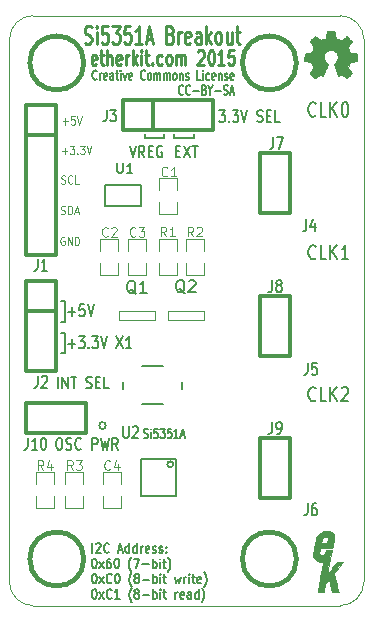
<source format=gbr>
G04 #@! TF.FileFunction,Legend,Top*
%FSLAX46Y46*%
G04 Gerber Fmt 4.6, Leading zero omitted, Abs format (unit mm)*
G04 Created by KiCad (PCBNEW 0.201501172016+5377~20~ubuntu14.04.1-product) date Fri 30 Jan 2015 01:41:11 PM PST*
%MOMM*%
G01*
G04 APERTURE LIST*
%ADD10C,0.100000*%
%ADD11C,0.175000*%
%ADD12C,0.200000*%
%ADD13C,0.120000*%
%ADD14C,0.150000*%
%ADD15C,0.220000*%
%ADD16C,0.250000*%
%ADD17C,0.099060*%
%ADD18C,0.304800*%
%ADD19C,0.381000*%
%ADD20C,0.002540*%
%ADD21C,0.119380*%
%ADD22C,0.127000*%
%ADD23C,0.129540*%
G04 APERTURE END LIST*
D10*
D11*
X104142857Y-85752381D02*
X104295238Y-85752381D01*
X104371429Y-85800000D01*
X104447619Y-85895238D01*
X104485714Y-86085714D01*
X104485714Y-86419048D01*
X104447619Y-86609524D01*
X104371429Y-86704762D01*
X104295238Y-86752381D01*
X104142857Y-86752381D01*
X104066667Y-86704762D01*
X103990476Y-86609524D01*
X103952381Y-86419048D01*
X103952381Y-86085714D01*
X103990476Y-85895238D01*
X104066667Y-85800000D01*
X104142857Y-85752381D01*
X104790476Y-86704762D02*
X104904762Y-86752381D01*
X105095238Y-86752381D01*
X105171428Y-86704762D01*
X105209524Y-86657143D01*
X105247619Y-86561905D01*
X105247619Y-86466667D01*
X105209524Y-86371429D01*
X105171428Y-86323810D01*
X105095238Y-86276190D01*
X104942857Y-86228571D01*
X104866666Y-86180952D01*
X104828571Y-86133333D01*
X104790476Y-86038095D01*
X104790476Y-85942857D01*
X104828571Y-85847619D01*
X104866666Y-85800000D01*
X104942857Y-85752381D01*
X105133333Y-85752381D01*
X105247619Y-85800000D01*
X106047619Y-86657143D02*
X106009524Y-86704762D01*
X105895238Y-86752381D01*
X105819048Y-86752381D01*
X105704762Y-86704762D01*
X105628571Y-86609524D01*
X105590476Y-86514286D01*
X105552381Y-86323810D01*
X105552381Y-86180952D01*
X105590476Y-85990476D01*
X105628571Y-85895238D01*
X105704762Y-85800000D01*
X105819048Y-85752381D01*
X105895238Y-85752381D01*
X106009524Y-85800000D01*
X106047619Y-85847619D01*
X107000000Y-86752381D02*
X107000000Y-85752381D01*
X107304762Y-85752381D01*
X107380953Y-85800000D01*
X107419048Y-85847619D01*
X107457143Y-85942857D01*
X107457143Y-86085714D01*
X107419048Y-86180952D01*
X107380953Y-86228571D01*
X107304762Y-86276190D01*
X107000000Y-86276190D01*
X107723810Y-85752381D02*
X107914286Y-86752381D01*
X108066667Y-86038095D01*
X108219048Y-86752381D01*
X108409524Y-85752381D01*
X109171429Y-86752381D02*
X108904762Y-86276190D01*
X108714286Y-86752381D02*
X108714286Y-85752381D01*
X109019048Y-85752381D01*
X109095239Y-85800000D01*
X109133334Y-85847619D01*
X109171429Y-85942857D01*
X109171429Y-86085714D01*
X109133334Y-86180952D01*
X109095239Y-86228571D01*
X109019048Y-86276190D01*
X108714286Y-86276190D01*
D12*
X115650000Y-60400000D02*
X115650000Y-60050000D01*
X113950000Y-60400000D02*
X115650000Y-60400000D01*
X113950000Y-60050000D02*
X113950000Y-60400000D01*
X113100000Y-60400000D02*
X113100000Y-60050000D01*
X111450000Y-60400000D02*
X113100000Y-60400000D01*
X111450000Y-60050000D02*
X111450000Y-60400000D01*
D11*
X104090476Y-81552381D02*
X104090476Y-80552381D01*
X104471428Y-81552381D02*
X104471428Y-80552381D01*
X104928571Y-81552381D01*
X104928571Y-80552381D01*
X105195237Y-80552381D02*
X105652380Y-80552381D01*
X105423809Y-81552381D02*
X105423809Y-80552381D01*
X106490476Y-81504762D02*
X106604762Y-81552381D01*
X106795238Y-81552381D01*
X106871428Y-81504762D01*
X106909524Y-81457143D01*
X106947619Y-81361905D01*
X106947619Y-81266667D01*
X106909524Y-81171429D01*
X106871428Y-81123810D01*
X106795238Y-81076190D01*
X106642857Y-81028571D01*
X106566666Y-80980952D01*
X106528571Y-80933333D01*
X106490476Y-80838095D01*
X106490476Y-80742857D01*
X106528571Y-80647619D01*
X106566666Y-80600000D01*
X106642857Y-80552381D01*
X106833333Y-80552381D01*
X106947619Y-80600000D01*
X107290476Y-81028571D02*
X107557143Y-81028571D01*
X107671429Y-81552381D02*
X107290476Y-81552381D01*
X107290476Y-80552381D01*
X107671429Y-80552381D01*
X108395239Y-81552381D02*
X108014286Y-81552381D01*
X108014286Y-80552381D01*
D12*
X104700000Y-78600000D02*
X104350000Y-78600000D01*
X104700000Y-76900000D02*
X104700000Y-78600000D01*
X104350000Y-76900000D02*
X104700000Y-76900000D01*
X104700000Y-75950000D02*
X104350000Y-75950000D01*
X104700000Y-74200000D02*
X104700000Y-75900000D01*
X104350000Y-74200000D02*
X104700000Y-74200000D01*
D11*
X104950000Y-77771429D02*
X105559524Y-77771429D01*
X105254762Y-78152381D02*
X105254762Y-77390476D01*
X105864286Y-77152381D02*
X106359524Y-77152381D01*
X106092857Y-77533333D01*
X106207143Y-77533333D01*
X106283333Y-77580952D01*
X106321429Y-77628571D01*
X106359524Y-77723810D01*
X106359524Y-77961905D01*
X106321429Y-78057143D01*
X106283333Y-78104762D01*
X106207143Y-78152381D01*
X105978571Y-78152381D01*
X105902381Y-78104762D01*
X105864286Y-78057143D01*
X106702381Y-78057143D02*
X106740476Y-78104762D01*
X106702381Y-78152381D01*
X106664286Y-78104762D01*
X106702381Y-78057143D01*
X106702381Y-78152381D01*
X107007143Y-77152381D02*
X107502381Y-77152381D01*
X107235714Y-77533333D01*
X107350000Y-77533333D01*
X107426190Y-77580952D01*
X107464286Y-77628571D01*
X107502381Y-77723810D01*
X107502381Y-77961905D01*
X107464286Y-78057143D01*
X107426190Y-78104762D01*
X107350000Y-78152381D01*
X107121428Y-78152381D01*
X107045238Y-78104762D01*
X107007143Y-78057143D01*
X107730952Y-77152381D02*
X107997619Y-78152381D01*
X108264286Y-77152381D01*
X104971429Y-75071429D02*
X105580953Y-75071429D01*
X105276191Y-75452381D02*
X105276191Y-74690476D01*
X106342858Y-74452381D02*
X105961905Y-74452381D01*
X105923810Y-74928571D01*
X105961905Y-74880952D01*
X106038096Y-74833333D01*
X106228572Y-74833333D01*
X106304762Y-74880952D01*
X106342858Y-74928571D01*
X106380953Y-75023810D01*
X106380953Y-75261905D01*
X106342858Y-75357143D01*
X106304762Y-75404762D01*
X106228572Y-75452381D01*
X106038096Y-75452381D01*
X105961905Y-75404762D01*
X105923810Y-75357143D01*
X106609524Y-74452381D02*
X106876191Y-75452381D01*
X107142858Y-74452381D01*
X117747619Y-58002381D02*
X118242857Y-58002381D01*
X117976190Y-58383333D01*
X118090476Y-58383333D01*
X118166666Y-58430952D01*
X118204762Y-58478571D01*
X118242857Y-58573810D01*
X118242857Y-58811905D01*
X118204762Y-58907143D01*
X118166666Y-58954762D01*
X118090476Y-59002381D01*
X117861904Y-59002381D01*
X117785714Y-58954762D01*
X117747619Y-58907143D01*
X118585714Y-58907143D02*
X118623809Y-58954762D01*
X118585714Y-59002381D01*
X118547619Y-58954762D01*
X118585714Y-58907143D01*
X118585714Y-59002381D01*
X118890476Y-58002381D02*
X119385714Y-58002381D01*
X119119047Y-58383333D01*
X119233333Y-58383333D01*
X119309523Y-58430952D01*
X119347619Y-58478571D01*
X119385714Y-58573810D01*
X119385714Y-58811905D01*
X119347619Y-58907143D01*
X119309523Y-58954762D01*
X119233333Y-59002381D01*
X119004761Y-59002381D01*
X118928571Y-58954762D01*
X118890476Y-58907143D01*
X119614285Y-58002381D02*
X119880952Y-59002381D01*
X120147619Y-58002381D01*
X120985714Y-58954762D02*
X121100000Y-59002381D01*
X121290476Y-59002381D01*
X121366666Y-58954762D01*
X121404762Y-58907143D01*
X121442857Y-58811905D01*
X121442857Y-58716667D01*
X121404762Y-58621429D01*
X121366666Y-58573810D01*
X121290476Y-58526190D01*
X121138095Y-58478571D01*
X121061904Y-58430952D01*
X121023809Y-58383333D01*
X120985714Y-58288095D01*
X120985714Y-58192857D01*
X121023809Y-58097619D01*
X121061904Y-58050000D01*
X121138095Y-58002381D01*
X121328571Y-58002381D01*
X121442857Y-58050000D01*
X121785714Y-58478571D02*
X122052381Y-58478571D01*
X122166667Y-59002381D02*
X121785714Y-59002381D01*
X121785714Y-58002381D01*
X122166667Y-58002381D01*
X122890477Y-59002381D02*
X122509524Y-59002381D01*
X122509524Y-58002381D01*
X114092857Y-61478571D02*
X114359524Y-61478571D01*
X114473810Y-62002381D02*
X114092857Y-62002381D01*
X114092857Y-61002381D01*
X114473810Y-61002381D01*
X114740477Y-61002381D02*
X115273810Y-62002381D01*
X115273810Y-61002381D02*
X114740477Y-62002381D01*
X115464286Y-61002381D02*
X115921429Y-61002381D01*
X115692858Y-62002381D02*
X115692858Y-61002381D01*
X110171428Y-61002381D02*
X110438095Y-62002381D01*
X110704762Y-61002381D01*
X111428571Y-62002381D02*
X111161904Y-61526190D01*
X110971428Y-62002381D02*
X110971428Y-61002381D01*
X111276190Y-61002381D01*
X111352381Y-61050000D01*
X111390476Y-61097619D01*
X111428571Y-61192857D01*
X111428571Y-61335714D01*
X111390476Y-61430952D01*
X111352381Y-61478571D01*
X111276190Y-61526190D01*
X110971428Y-61526190D01*
X111771428Y-61478571D02*
X112038095Y-61478571D01*
X112152381Y-62002381D02*
X111771428Y-62002381D01*
X111771428Y-61002381D01*
X112152381Y-61002381D01*
X112914286Y-61050000D02*
X112838095Y-61002381D01*
X112723810Y-61002381D01*
X112609524Y-61050000D01*
X112533333Y-61145238D01*
X112495238Y-61240476D01*
X112457143Y-61430952D01*
X112457143Y-61573810D01*
X112495238Y-61764286D01*
X112533333Y-61859524D01*
X112609524Y-61954762D01*
X112723810Y-62002381D01*
X112800000Y-62002381D01*
X112914286Y-61954762D01*
X112952381Y-61907143D01*
X112952381Y-61573810D01*
X112800000Y-61573810D01*
D13*
X104492857Y-58950000D02*
X104950000Y-58950000D01*
X104721429Y-59216667D02*
X104721429Y-58683333D01*
X105521428Y-58516667D02*
X105235714Y-58516667D01*
X105207143Y-58850000D01*
X105235714Y-58816667D01*
X105292857Y-58783333D01*
X105435714Y-58783333D01*
X105492857Y-58816667D01*
X105521428Y-58850000D01*
X105550000Y-58916667D01*
X105550000Y-59083333D01*
X105521428Y-59150000D01*
X105492857Y-59183333D01*
X105435714Y-59216667D01*
X105292857Y-59216667D01*
X105235714Y-59183333D01*
X105207143Y-59150000D01*
X105721429Y-58516667D02*
X105921429Y-59216667D01*
X106121429Y-58516667D01*
D14*
X107385714Y-55350714D02*
X107357143Y-55388810D01*
X107271429Y-55426905D01*
X107214286Y-55426905D01*
X107128571Y-55388810D01*
X107071429Y-55312619D01*
X107042857Y-55236429D01*
X107014286Y-55084048D01*
X107014286Y-54969762D01*
X107042857Y-54817381D01*
X107071429Y-54741190D01*
X107128571Y-54665000D01*
X107214286Y-54626905D01*
X107271429Y-54626905D01*
X107357143Y-54665000D01*
X107385714Y-54703095D01*
X107642857Y-55426905D02*
X107642857Y-54893571D01*
X107642857Y-55045952D02*
X107671429Y-54969762D01*
X107700000Y-54931667D01*
X107757143Y-54893571D01*
X107814286Y-54893571D01*
X108242858Y-55388810D02*
X108185715Y-55426905D01*
X108071429Y-55426905D01*
X108014286Y-55388810D01*
X107985715Y-55312619D01*
X107985715Y-55007857D01*
X108014286Y-54931667D01*
X108071429Y-54893571D01*
X108185715Y-54893571D01*
X108242858Y-54931667D01*
X108271429Y-55007857D01*
X108271429Y-55084048D01*
X107985715Y-55160238D01*
X108785715Y-55426905D02*
X108785715Y-55007857D01*
X108757144Y-54931667D01*
X108700001Y-54893571D01*
X108585715Y-54893571D01*
X108528572Y-54931667D01*
X108785715Y-55388810D02*
X108728572Y-55426905D01*
X108585715Y-55426905D01*
X108528572Y-55388810D01*
X108500001Y-55312619D01*
X108500001Y-55236429D01*
X108528572Y-55160238D01*
X108585715Y-55122143D01*
X108728572Y-55122143D01*
X108785715Y-55084048D01*
X108985715Y-54893571D02*
X109214286Y-54893571D01*
X109071429Y-54626905D02*
X109071429Y-55312619D01*
X109100001Y-55388810D01*
X109157143Y-55426905D01*
X109214286Y-55426905D01*
X109414286Y-55426905D02*
X109414286Y-54893571D01*
X109414286Y-54626905D02*
X109385715Y-54665000D01*
X109414286Y-54703095D01*
X109442858Y-54665000D01*
X109414286Y-54626905D01*
X109414286Y-54703095D01*
X109642857Y-54893571D02*
X109785714Y-55426905D01*
X109928572Y-54893571D01*
X110385715Y-55388810D02*
X110328572Y-55426905D01*
X110214286Y-55426905D01*
X110157143Y-55388810D01*
X110128572Y-55312619D01*
X110128572Y-55007857D01*
X110157143Y-54931667D01*
X110214286Y-54893571D01*
X110328572Y-54893571D01*
X110385715Y-54931667D01*
X110414286Y-55007857D01*
X110414286Y-55084048D01*
X110128572Y-55160238D01*
X111471429Y-55350714D02*
X111442858Y-55388810D01*
X111357144Y-55426905D01*
X111300001Y-55426905D01*
X111214286Y-55388810D01*
X111157144Y-55312619D01*
X111128572Y-55236429D01*
X111100001Y-55084048D01*
X111100001Y-54969762D01*
X111128572Y-54817381D01*
X111157144Y-54741190D01*
X111214286Y-54665000D01*
X111300001Y-54626905D01*
X111357144Y-54626905D01*
X111442858Y-54665000D01*
X111471429Y-54703095D01*
X111814286Y-55426905D02*
X111757144Y-55388810D01*
X111728572Y-55350714D01*
X111700001Y-55274524D01*
X111700001Y-55045952D01*
X111728572Y-54969762D01*
X111757144Y-54931667D01*
X111814286Y-54893571D01*
X111900001Y-54893571D01*
X111957144Y-54931667D01*
X111985715Y-54969762D01*
X112014286Y-55045952D01*
X112014286Y-55274524D01*
X111985715Y-55350714D01*
X111957144Y-55388810D01*
X111900001Y-55426905D01*
X111814286Y-55426905D01*
X112271429Y-55426905D02*
X112271429Y-54893571D01*
X112271429Y-54969762D02*
X112300001Y-54931667D01*
X112357143Y-54893571D01*
X112442858Y-54893571D01*
X112500001Y-54931667D01*
X112528572Y-55007857D01*
X112528572Y-55426905D01*
X112528572Y-55007857D02*
X112557143Y-54931667D01*
X112614286Y-54893571D01*
X112700001Y-54893571D01*
X112757143Y-54931667D01*
X112785715Y-55007857D01*
X112785715Y-55426905D01*
X113071429Y-55426905D02*
X113071429Y-54893571D01*
X113071429Y-54969762D02*
X113100001Y-54931667D01*
X113157143Y-54893571D01*
X113242858Y-54893571D01*
X113300001Y-54931667D01*
X113328572Y-55007857D01*
X113328572Y-55426905D01*
X113328572Y-55007857D02*
X113357143Y-54931667D01*
X113414286Y-54893571D01*
X113500001Y-54893571D01*
X113557143Y-54931667D01*
X113585715Y-55007857D01*
X113585715Y-55426905D01*
X113957143Y-55426905D02*
X113900001Y-55388810D01*
X113871429Y-55350714D01*
X113842858Y-55274524D01*
X113842858Y-55045952D01*
X113871429Y-54969762D01*
X113900001Y-54931667D01*
X113957143Y-54893571D01*
X114042858Y-54893571D01*
X114100001Y-54931667D01*
X114128572Y-54969762D01*
X114157143Y-55045952D01*
X114157143Y-55274524D01*
X114128572Y-55350714D01*
X114100001Y-55388810D01*
X114042858Y-55426905D01*
X113957143Y-55426905D01*
X114414286Y-54893571D02*
X114414286Y-55426905D01*
X114414286Y-54969762D02*
X114442858Y-54931667D01*
X114500000Y-54893571D01*
X114585715Y-54893571D01*
X114642858Y-54931667D01*
X114671429Y-55007857D01*
X114671429Y-55426905D01*
X114928572Y-55388810D02*
X114985715Y-55426905D01*
X115100000Y-55426905D01*
X115157143Y-55388810D01*
X115185715Y-55312619D01*
X115185715Y-55274524D01*
X115157143Y-55198333D01*
X115100000Y-55160238D01*
X115014286Y-55160238D01*
X114957143Y-55122143D01*
X114928572Y-55045952D01*
X114928572Y-55007857D01*
X114957143Y-54931667D01*
X115014286Y-54893571D01*
X115100000Y-54893571D01*
X115157143Y-54931667D01*
X116185714Y-55426905D02*
X115900000Y-55426905D01*
X115900000Y-54626905D01*
X116385714Y-55426905D02*
X116385714Y-54893571D01*
X116385714Y-54626905D02*
X116357143Y-54665000D01*
X116385714Y-54703095D01*
X116414286Y-54665000D01*
X116385714Y-54626905D01*
X116385714Y-54703095D01*
X116928571Y-55388810D02*
X116871428Y-55426905D01*
X116757142Y-55426905D01*
X116700000Y-55388810D01*
X116671428Y-55350714D01*
X116642857Y-55274524D01*
X116642857Y-55045952D01*
X116671428Y-54969762D01*
X116700000Y-54931667D01*
X116757142Y-54893571D01*
X116871428Y-54893571D01*
X116928571Y-54931667D01*
X117414286Y-55388810D02*
X117357143Y-55426905D01*
X117242857Y-55426905D01*
X117185714Y-55388810D01*
X117157143Y-55312619D01*
X117157143Y-55007857D01*
X117185714Y-54931667D01*
X117242857Y-54893571D01*
X117357143Y-54893571D01*
X117414286Y-54931667D01*
X117442857Y-55007857D01*
X117442857Y-55084048D01*
X117157143Y-55160238D01*
X117700000Y-54893571D02*
X117700000Y-55426905D01*
X117700000Y-54969762D02*
X117728572Y-54931667D01*
X117785714Y-54893571D01*
X117871429Y-54893571D01*
X117928572Y-54931667D01*
X117957143Y-55007857D01*
X117957143Y-55426905D01*
X118214286Y-55388810D02*
X118271429Y-55426905D01*
X118385714Y-55426905D01*
X118442857Y-55388810D01*
X118471429Y-55312619D01*
X118471429Y-55274524D01*
X118442857Y-55198333D01*
X118385714Y-55160238D01*
X118300000Y-55160238D01*
X118242857Y-55122143D01*
X118214286Y-55045952D01*
X118214286Y-55007857D01*
X118242857Y-54931667D01*
X118300000Y-54893571D01*
X118385714Y-54893571D01*
X118442857Y-54931667D01*
X118957143Y-55388810D02*
X118900000Y-55426905D01*
X118785714Y-55426905D01*
X118728571Y-55388810D01*
X118700000Y-55312619D01*
X118700000Y-55007857D01*
X118728571Y-54931667D01*
X118785714Y-54893571D01*
X118900000Y-54893571D01*
X118957143Y-54931667D01*
X118985714Y-55007857D01*
X118985714Y-55084048D01*
X118700000Y-55160238D01*
X114699999Y-56620714D02*
X114671428Y-56658810D01*
X114585714Y-56696905D01*
X114528571Y-56696905D01*
X114442856Y-56658810D01*
X114385714Y-56582619D01*
X114357142Y-56506429D01*
X114328571Y-56354048D01*
X114328571Y-56239762D01*
X114357142Y-56087381D01*
X114385714Y-56011190D01*
X114442856Y-55935000D01*
X114528571Y-55896905D01*
X114585714Y-55896905D01*
X114671428Y-55935000D01*
X114699999Y-55973095D01*
X115299999Y-56620714D02*
X115271428Y-56658810D01*
X115185714Y-56696905D01*
X115128571Y-56696905D01*
X115042856Y-56658810D01*
X114985714Y-56582619D01*
X114957142Y-56506429D01*
X114928571Y-56354048D01*
X114928571Y-56239762D01*
X114957142Y-56087381D01*
X114985714Y-56011190D01*
X115042856Y-55935000D01*
X115128571Y-55896905D01*
X115185714Y-55896905D01*
X115271428Y-55935000D01*
X115299999Y-55973095D01*
X115557142Y-56392143D02*
X116014285Y-56392143D01*
X116499999Y-56277857D02*
X116585713Y-56315952D01*
X116614285Y-56354048D01*
X116642856Y-56430238D01*
X116642856Y-56544524D01*
X116614285Y-56620714D01*
X116585713Y-56658810D01*
X116528571Y-56696905D01*
X116299999Y-56696905D01*
X116299999Y-55896905D01*
X116499999Y-55896905D01*
X116557142Y-55935000D01*
X116585713Y-55973095D01*
X116614285Y-56049286D01*
X116614285Y-56125476D01*
X116585713Y-56201667D01*
X116557142Y-56239762D01*
X116499999Y-56277857D01*
X116299999Y-56277857D01*
X117014285Y-56315952D02*
X117014285Y-56696905D01*
X116814285Y-55896905D02*
X117014285Y-56315952D01*
X117214285Y-55896905D01*
X117414285Y-56392143D02*
X117871428Y-56392143D01*
X118128571Y-56658810D02*
X118214285Y-56696905D01*
X118357142Y-56696905D01*
X118414285Y-56658810D01*
X118442856Y-56620714D01*
X118471428Y-56544524D01*
X118471428Y-56468333D01*
X118442856Y-56392143D01*
X118414285Y-56354048D01*
X118357142Y-56315952D01*
X118242856Y-56277857D01*
X118185714Y-56239762D01*
X118157142Y-56201667D01*
X118128571Y-56125476D01*
X118128571Y-56049286D01*
X118157142Y-55973095D01*
X118185714Y-55935000D01*
X118242856Y-55896905D01*
X118385714Y-55896905D01*
X118471428Y-55935000D01*
X118700000Y-56468333D02*
X118985714Y-56468333D01*
X118642857Y-56696905D02*
X118842857Y-55896905D01*
X119042857Y-56696905D01*
D15*
X107342857Y-54085714D02*
X107257143Y-54142857D01*
X107085714Y-54142857D01*
X107000000Y-54085714D01*
X106957143Y-53971429D01*
X106957143Y-53514286D01*
X107000000Y-53400000D01*
X107085714Y-53342857D01*
X107257143Y-53342857D01*
X107342857Y-53400000D01*
X107385714Y-53514286D01*
X107385714Y-53628571D01*
X106957143Y-53742857D01*
X107642857Y-53342857D02*
X107985714Y-53342857D01*
X107771429Y-52942857D02*
X107771429Y-53971429D01*
X107814286Y-54085714D01*
X107900000Y-54142857D01*
X107985714Y-54142857D01*
X108285715Y-54142857D02*
X108285715Y-52942857D01*
X108671429Y-54142857D02*
X108671429Y-53514286D01*
X108628572Y-53400000D01*
X108542858Y-53342857D01*
X108414286Y-53342857D01*
X108328572Y-53400000D01*
X108285715Y-53457143D01*
X109442858Y-54085714D02*
X109357144Y-54142857D01*
X109185715Y-54142857D01*
X109100001Y-54085714D01*
X109057144Y-53971429D01*
X109057144Y-53514286D01*
X109100001Y-53400000D01*
X109185715Y-53342857D01*
X109357144Y-53342857D01*
X109442858Y-53400000D01*
X109485715Y-53514286D01*
X109485715Y-53628571D01*
X109057144Y-53742857D01*
X109871430Y-54142857D02*
X109871430Y-53342857D01*
X109871430Y-53571429D02*
X109914287Y-53457143D01*
X109957144Y-53400000D01*
X110042858Y-53342857D01*
X110128573Y-53342857D01*
X110428573Y-54142857D02*
X110428573Y-52942857D01*
X110514287Y-53685714D02*
X110771430Y-54142857D01*
X110771430Y-53342857D02*
X110428573Y-53800000D01*
X111157144Y-54142857D02*
X111157144Y-53342857D01*
X111157144Y-52942857D02*
X111114287Y-53000000D01*
X111157144Y-53057143D01*
X111200001Y-53000000D01*
X111157144Y-52942857D01*
X111157144Y-53057143D01*
X111457143Y-53342857D02*
X111800000Y-53342857D01*
X111585715Y-52942857D02*
X111585715Y-53971429D01*
X111628572Y-54085714D01*
X111714286Y-54142857D01*
X111800000Y-54142857D01*
X112100001Y-54028571D02*
X112142858Y-54085714D01*
X112100001Y-54142857D01*
X112057144Y-54085714D01*
X112100001Y-54028571D01*
X112100001Y-54142857D01*
X112914286Y-54085714D02*
X112828572Y-54142857D01*
X112657143Y-54142857D01*
X112571429Y-54085714D01*
X112528572Y-54028571D01*
X112485715Y-53914286D01*
X112485715Y-53571429D01*
X112528572Y-53457143D01*
X112571429Y-53400000D01*
X112657143Y-53342857D01*
X112828572Y-53342857D01*
X112914286Y-53400000D01*
X113428572Y-54142857D02*
X113342858Y-54085714D01*
X113300001Y-54028571D01*
X113257144Y-53914286D01*
X113257144Y-53571429D01*
X113300001Y-53457143D01*
X113342858Y-53400000D01*
X113428572Y-53342857D01*
X113557144Y-53342857D01*
X113642858Y-53400000D01*
X113685715Y-53457143D01*
X113728572Y-53571429D01*
X113728572Y-53914286D01*
X113685715Y-54028571D01*
X113642858Y-54085714D01*
X113557144Y-54142857D01*
X113428572Y-54142857D01*
X114114287Y-54142857D02*
X114114287Y-53342857D01*
X114114287Y-53457143D02*
X114157144Y-53400000D01*
X114242858Y-53342857D01*
X114371430Y-53342857D01*
X114457144Y-53400000D01*
X114500001Y-53514286D01*
X114500001Y-54142857D01*
X114500001Y-53514286D02*
X114542858Y-53400000D01*
X114628572Y-53342857D01*
X114757144Y-53342857D01*
X114842858Y-53400000D01*
X114885715Y-53514286D01*
X114885715Y-54142857D01*
X115957144Y-53057143D02*
X116000001Y-53000000D01*
X116085715Y-52942857D01*
X116300001Y-52942857D01*
X116385715Y-53000000D01*
X116428572Y-53057143D01*
X116471429Y-53171429D01*
X116471429Y-53285714D01*
X116428572Y-53457143D01*
X115914286Y-54142857D01*
X116471429Y-54142857D01*
X117028572Y-52942857D02*
X117114287Y-52942857D01*
X117200001Y-53000000D01*
X117242858Y-53057143D01*
X117285715Y-53171429D01*
X117328572Y-53400000D01*
X117328572Y-53685714D01*
X117285715Y-53914286D01*
X117242858Y-54028571D01*
X117200001Y-54085714D01*
X117114287Y-54142857D01*
X117028572Y-54142857D01*
X116942858Y-54085714D01*
X116900001Y-54028571D01*
X116857144Y-53914286D01*
X116814287Y-53685714D01*
X116814287Y-53400000D01*
X116857144Y-53171429D01*
X116900001Y-53057143D01*
X116942858Y-53000000D01*
X117028572Y-52942857D01*
X118185715Y-54142857D02*
X117671430Y-54142857D01*
X117928572Y-54142857D02*
X117928572Y-52942857D01*
X117842858Y-53114286D01*
X117757144Y-53228571D01*
X117671430Y-53285714D01*
X119000001Y-52942857D02*
X118571430Y-52942857D01*
X118528573Y-53514286D01*
X118571430Y-53457143D01*
X118657144Y-53400000D01*
X118871430Y-53400000D01*
X118957144Y-53457143D01*
X119000001Y-53514286D01*
X119042858Y-53628571D01*
X119042858Y-53914286D01*
X119000001Y-54028571D01*
X118957144Y-54085714D01*
X118871430Y-54142857D01*
X118657144Y-54142857D01*
X118571430Y-54085714D01*
X118528573Y-54028571D01*
D13*
X104442857Y-61450000D02*
X104900000Y-61450000D01*
X104671429Y-61716667D02*
X104671429Y-61183333D01*
X105128571Y-61016667D02*
X105500000Y-61016667D01*
X105300000Y-61283333D01*
X105385714Y-61283333D01*
X105442857Y-61316667D01*
X105471428Y-61350000D01*
X105500000Y-61416667D01*
X105500000Y-61583333D01*
X105471428Y-61650000D01*
X105442857Y-61683333D01*
X105385714Y-61716667D01*
X105214286Y-61716667D01*
X105157143Y-61683333D01*
X105128571Y-61650000D01*
X105757143Y-61650000D02*
X105785715Y-61683333D01*
X105757143Y-61716667D01*
X105728572Y-61683333D01*
X105757143Y-61650000D01*
X105757143Y-61716667D01*
X105985714Y-61016667D02*
X106357143Y-61016667D01*
X106157143Y-61283333D01*
X106242857Y-61283333D01*
X106300000Y-61316667D01*
X106328571Y-61350000D01*
X106357143Y-61416667D01*
X106357143Y-61583333D01*
X106328571Y-61650000D01*
X106300000Y-61683333D01*
X106242857Y-61716667D01*
X106071429Y-61716667D01*
X106014286Y-61683333D01*
X105985714Y-61650000D01*
X106528572Y-61016667D02*
X106728572Y-61716667D01*
X106928572Y-61016667D01*
X104385715Y-64183333D02*
X104471429Y-64216667D01*
X104614286Y-64216667D01*
X104671429Y-64183333D01*
X104700000Y-64150000D01*
X104728572Y-64083333D01*
X104728572Y-64016667D01*
X104700000Y-63950000D01*
X104671429Y-63916667D01*
X104614286Y-63883333D01*
X104500000Y-63850000D01*
X104442858Y-63816667D01*
X104414286Y-63783333D01*
X104385715Y-63716667D01*
X104385715Y-63650000D01*
X104414286Y-63583333D01*
X104442858Y-63550000D01*
X104500000Y-63516667D01*
X104642858Y-63516667D01*
X104728572Y-63550000D01*
X105328572Y-64150000D02*
X105300001Y-64183333D01*
X105214287Y-64216667D01*
X105157144Y-64216667D01*
X105071429Y-64183333D01*
X105014287Y-64116667D01*
X104985715Y-64050000D01*
X104957144Y-63916667D01*
X104957144Y-63816667D01*
X104985715Y-63683333D01*
X105014287Y-63616667D01*
X105071429Y-63550000D01*
X105157144Y-63516667D01*
X105214287Y-63516667D01*
X105300001Y-63550000D01*
X105328572Y-63583333D01*
X105871429Y-64216667D02*
X105585715Y-64216667D01*
X105585715Y-63516667D01*
X104371429Y-66783333D02*
X104457143Y-66816667D01*
X104600000Y-66816667D01*
X104657143Y-66783333D01*
X104685714Y-66750000D01*
X104714286Y-66683333D01*
X104714286Y-66616667D01*
X104685714Y-66550000D01*
X104657143Y-66516667D01*
X104600000Y-66483333D01*
X104485714Y-66450000D01*
X104428572Y-66416667D01*
X104400000Y-66383333D01*
X104371429Y-66316667D01*
X104371429Y-66250000D01*
X104400000Y-66183333D01*
X104428572Y-66150000D01*
X104485714Y-66116667D01*
X104628572Y-66116667D01*
X104714286Y-66150000D01*
X104971429Y-66816667D02*
X104971429Y-66116667D01*
X105114286Y-66116667D01*
X105200001Y-66150000D01*
X105257143Y-66216667D01*
X105285715Y-66283333D01*
X105314286Y-66416667D01*
X105314286Y-66516667D01*
X105285715Y-66650000D01*
X105257143Y-66716667D01*
X105200001Y-66783333D01*
X105114286Y-66816667D01*
X104971429Y-66816667D01*
X105542858Y-66616667D02*
X105828572Y-66616667D01*
X105485715Y-66816667D02*
X105685715Y-66116667D01*
X105885715Y-66816667D01*
X104642858Y-68750000D02*
X104585715Y-68716667D01*
X104500001Y-68716667D01*
X104414286Y-68750000D01*
X104357144Y-68816667D01*
X104328572Y-68883333D01*
X104300001Y-69016667D01*
X104300001Y-69116667D01*
X104328572Y-69250000D01*
X104357144Y-69316667D01*
X104414286Y-69383333D01*
X104500001Y-69416667D01*
X104557144Y-69416667D01*
X104642858Y-69383333D01*
X104671429Y-69350000D01*
X104671429Y-69116667D01*
X104557144Y-69116667D01*
X104928572Y-69416667D02*
X104928572Y-68716667D01*
X105271429Y-69416667D01*
X105271429Y-68716667D01*
X105557143Y-69416667D02*
X105557143Y-68716667D01*
X105700000Y-68716667D01*
X105785715Y-68750000D01*
X105842857Y-68816667D01*
X105871429Y-68883333D01*
X105900000Y-69016667D01*
X105900000Y-69116667D01*
X105871429Y-69250000D01*
X105842857Y-69316667D01*
X105785715Y-69383333D01*
X105700000Y-69416667D01*
X105557143Y-69416667D01*
D12*
X125928572Y-58428571D02*
X125880953Y-58485714D01*
X125738096Y-58542857D01*
X125642858Y-58542857D01*
X125500000Y-58485714D01*
X125404762Y-58371429D01*
X125357143Y-58257143D01*
X125309524Y-58028571D01*
X125309524Y-57857143D01*
X125357143Y-57628571D01*
X125404762Y-57514286D01*
X125500000Y-57400000D01*
X125642858Y-57342857D01*
X125738096Y-57342857D01*
X125880953Y-57400000D01*
X125928572Y-57457143D01*
X126833334Y-58542857D02*
X126357143Y-58542857D01*
X126357143Y-57342857D01*
X127166667Y-58542857D02*
X127166667Y-57342857D01*
X127738096Y-58542857D02*
X127309524Y-57857143D01*
X127738096Y-57342857D02*
X127166667Y-58028571D01*
X128357143Y-57342857D02*
X128452382Y-57342857D01*
X128547620Y-57400000D01*
X128595239Y-57457143D01*
X128642858Y-57571429D01*
X128690477Y-57800000D01*
X128690477Y-58085714D01*
X128642858Y-58314286D01*
X128595239Y-58428571D01*
X128547620Y-58485714D01*
X128452382Y-58542857D01*
X128357143Y-58542857D01*
X128261905Y-58485714D01*
X128214286Y-58428571D01*
X128166667Y-58314286D01*
X128119048Y-58085714D01*
X128119048Y-57800000D01*
X128166667Y-57571429D01*
X128214286Y-57457143D01*
X128261905Y-57400000D01*
X128357143Y-57342857D01*
X125928572Y-70528571D02*
X125880953Y-70585714D01*
X125738096Y-70642857D01*
X125642858Y-70642857D01*
X125500000Y-70585714D01*
X125404762Y-70471429D01*
X125357143Y-70357143D01*
X125309524Y-70128571D01*
X125309524Y-69957143D01*
X125357143Y-69728571D01*
X125404762Y-69614286D01*
X125500000Y-69500000D01*
X125642858Y-69442857D01*
X125738096Y-69442857D01*
X125880953Y-69500000D01*
X125928572Y-69557143D01*
X126833334Y-70642857D02*
X126357143Y-70642857D01*
X126357143Y-69442857D01*
X127166667Y-70642857D02*
X127166667Y-69442857D01*
X127738096Y-70642857D02*
X127309524Y-69957143D01*
X127738096Y-69442857D02*
X127166667Y-70128571D01*
X128690477Y-70642857D02*
X128119048Y-70642857D01*
X128404762Y-70642857D02*
X128404762Y-69442857D01*
X128309524Y-69614286D01*
X128214286Y-69728571D01*
X128119048Y-69785714D01*
X125928572Y-82528571D02*
X125880953Y-82585714D01*
X125738096Y-82642857D01*
X125642858Y-82642857D01*
X125500000Y-82585714D01*
X125404762Y-82471429D01*
X125357143Y-82357143D01*
X125309524Y-82128571D01*
X125309524Y-81957143D01*
X125357143Y-81728571D01*
X125404762Y-81614286D01*
X125500000Y-81500000D01*
X125642858Y-81442857D01*
X125738096Y-81442857D01*
X125880953Y-81500000D01*
X125928572Y-81557143D01*
X126833334Y-82642857D02*
X126357143Y-82642857D01*
X126357143Y-81442857D01*
X127166667Y-82642857D02*
X127166667Y-81442857D01*
X127738096Y-82642857D02*
X127309524Y-81957143D01*
X127738096Y-81442857D02*
X127166667Y-82128571D01*
X128119048Y-81557143D02*
X128166667Y-81500000D01*
X128261905Y-81442857D01*
X128500001Y-81442857D01*
X128595239Y-81500000D01*
X128642858Y-81557143D01*
X128690477Y-81671429D01*
X128690477Y-81785714D01*
X128642858Y-81957143D01*
X128071429Y-82642857D01*
X128690477Y-82642857D01*
D11*
X107016667Y-95469405D02*
X107016667Y-94669405D01*
X107316666Y-94745595D02*
X107350000Y-94707500D01*
X107416666Y-94669405D01*
X107583333Y-94669405D01*
X107650000Y-94707500D01*
X107683333Y-94745595D01*
X107716666Y-94821786D01*
X107716666Y-94897976D01*
X107683333Y-95012262D01*
X107283333Y-95469405D01*
X107716666Y-95469405D01*
X108416667Y-95393214D02*
X108383333Y-95431310D01*
X108283333Y-95469405D01*
X108216667Y-95469405D01*
X108116667Y-95431310D01*
X108050000Y-95355119D01*
X108016667Y-95278929D01*
X107983333Y-95126548D01*
X107983333Y-95012262D01*
X108016667Y-94859881D01*
X108050000Y-94783690D01*
X108116667Y-94707500D01*
X108216667Y-94669405D01*
X108283333Y-94669405D01*
X108383333Y-94707500D01*
X108416667Y-94745595D01*
X109216666Y-95240833D02*
X109550000Y-95240833D01*
X109150000Y-95469405D02*
X109383333Y-94669405D01*
X109616666Y-95469405D01*
X110150000Y-95469405D02*
X110150000Y-94669405D01*
X110150000Y-95431310D02*
X110083333Y-95469405D01*
X109950000Y-95469405D01*
X109883333Y-95431310D01*
X109850000Y-95393214D01*
X109816666Y-95317024D01*
X109816666Y-95088452D01*
X109850000Y-95012262D01*
X109883333Y-94974167D01*
X109950000Y-94936071D01*
X110083333Y-94936071D01*
X110150000Y-94974167D01*
X110783333Y-95469405D02*
X110783333Y-94669405D01*
X110783333Y-95431310D02*
X110716666Y-95469405D01*
X110583333Y-95469405D01*
X110516666Y-95431310D01*
X110483333Y-95393214D01*
X110449999Y-95317024D01*
X110449999Y-95088452D01*
X110483333Y-95012262D01*
X110516666Y-94974167D01*
X110583333Y-94936071D01*
X110716666Y-94936071D01*
X110783333Y-94974167D01*
X111116666Y-95469405D02*
X111116666Y-94936071D01*
X111116666Y-95088452D02*
X111149999Y-95012262D01*
X111183332Y-94974167D01*
X111249999Y-94936071D01*
X111316666Y-94936071D01*
X111816665Y-95431310D02*
X111749999Y-95469405D01*
X111616665Y-95469405D01*
X111549999Y-95431310D01*
X111516665Y-95355119D01*
X111516665Y-95050357D01*
X111549999Y-94974167D01*
X111616665Y-94936071D01*
X111749999Y-94936071D01*
X111816665Y-94974167D01*
X111849999Y-95050357D01*
X111849999Y-95126548D01*
X111516665Y-95202738D01*
X112116665Y-95431310D02*
X112183332Y-95469405D01*
X112316665Y-95469405D01*
X112383332Y-95431310D01*
X112416665Y-95355119D01*
X112416665Y-95317024D01*
X112383332Y-95240833D01*
X112316665Y-95202738D01*
X112216665Y-95202738D01*
X112149999Y-95164643D01*
X112116665Y-95088452D01*
X112116665Y-95050357D01*
X112149999Y-94974167D01*
X112216665Y-94936071D01*
X112316665Y-94936071D01*
X112383332Y-94974167D01*
X112683332Y-95431310D02*
X112749999Y-95469405D01*
X112883332Y-95469405D01*
X112949999Y-95431310D01*
X112983332Y-95355119D01*
X112983332Y-95317024D01*
X112949999Y-95240833D01*
X112883332Y-95202738D01*
X112783332Y-95202738D01*
X112716666Y-95164643D01*
X112683332Y-95088452D01*
X112683332Y-95050357D01*
X112716666Y-94974167D01*
X112783332Y-94936071D01*
X112883332Y-94936071D01*
X112949999Y-94974167D01*
X113283333Y-95393214D02*
X113316666Y-95431310D01*
X113283333Y-95469405D01*
X113249999Y-95431310D01*
X113283333Y-95393214D01*
X113283333Y-95469405D01*
X113283333Y-94974167D02*
X113316666Y-95012262D01*
X113283333Y-95050357D01*
X113249999Y-95012262D01*
X113283333Y-94974167D01*
X113283333Y-95050357D01*
X107150000Y-95964405D02*
X107216667Y-95964405D01*
X107283333Y-96002500D01*
X107316667Y-96040595D01*
X107350000Y-96116786D01*
X107383333Y-96269167D01*
X107383333Y-96459643D01*
X107350000Y-96612024D01*
X107316667Y-96688214D01*
X107283333Y-96726310D01*
X107216667Y-96764405D01*
X107150000Y-96764405D01*
X107083333Y-96726310D01*
X107050000Y-96688214D01*
X107016667Y-96612024D01*
X106983333Y-96459643D01*
X106983333Y-96269167D01*
X107016667Y-96116786D01*
X107050000Y-96040595D01*
X107083333Y-96002500D01*
X107150000Y-95964405D01*
X107616667Y-96764405D02*
X107983334Y-96231071D01*
X107616667Y-96231071D02*
X107983334Y-96764405D01*
X108550001Y-95964405D02*
X108416667Y-95964405D01*
X108350001Y-96002500D01*
X108316667Y-96040595D01*
X108250001Y-96154881D01*
X108216667Y-96307262D01*
X108216667Y-96612024D01*
X108250001Y-96688214D01*
X108283334Y-96726310D01*
X108350001Y-96764405D01*
X108483334Y-96764405D01*
X108550001Y-96726310D01*
X108583334Y-96688214D01*
X108616667Y-96612024D01*
X108616667Y-96421548D01*
X108583334Y-96345357D01*
X108550001Y-96307262D01*
X108483334Y-96269167D01*
X108350001Y-96269167D01*
X108283334Y-96307262D01*
X108250001Y-96345357D01*
X108216667Y-96421548D01*
X109050001Y-95964405D02*
X109116668Y-95964405D01*
X109183334Y-96002500D01*
X109216668Y-96040595D01*
X109250001Y-96116786D01*
X109283334Y-96269167D01*
X109283334Y-96459643D01*
X109250001Y-96612024D01*
X109216668Y-96688214D01*
X109183334Y-96726310D01*
X109116668Y-96764405D01*
X109050001Y-96764405D01*
X108983334Y-96726310D01*
X108950001Y-96688214D01*
X108916668Y-96612024D01*
X108883334Y-96459643D01*
X108883334Y-96269167D01*
X108916668Y-96116786D01*
X108950001Y-96040595D01*
X108983334Y-96002500D01*
X109050001Y-95964405D01*
X110316668Y-97069167D02*
X110283334Y-97031071D01*
X110216668Y-96916786D01*
X110183334Y-96840595D01*
X110150001Y-96726310D01*
X110116668Y-96535833D01*
X110116668Y-96383452D01*
X110150001Y-96192976D01*
X110183334Y-96078690D01*
X110216668Y-96002500D01*
X110283334Y-95888214D01*
X110316668Y-95850119D01*
X110516668Y-95964405D02*
X110983335Y-95964405D01*
X110683335Y-96764405D01*
X111250002Y-96459643D02*
X111783335Y-96459643D01*
X112116669Y-96764405D02*
X112116669Y-95964405D01*
X112116669Y-96269167D02*
X112183335Y-96231071D01*
X112316669Y-96231071D01*
X112383335Y-96269167D01*
X112416669Y-96307262D01*
X112450002Y-96383452D01*
X112450002Y-96612024D01*
X112416669Y-96688214D01*
X112383335Y-96726310D01*
X112316669Y-96764405D01*
X112183335Y-96764405D01*
X112116669Y-96726310D01*
X112750002Y-96764405D02*
X112750002Y-96231071D01*
X112750002Y-95964405D02*
X112716668Y-96002500D01*
X112750002Y-96040595D01*
X112783335Y-96002500D01*
X112750002Y-95964405D01*
X112750002Y-96040595D01*
X112983335Y-96231071D02*
X113250001Y-96231071D01*
X113083335Y-95964405D02*
X113083335Y-96650119D01*
X113116668Y-96726310D01*
X113183335Y-96764405D01*
X113250001Y-96764405D01*
X113416668Y-97069167D02*
X113450001Y-97031071D01*
X113516668Y-96916786D01*
X113550001Y-96840595D01*
X113583335Y-96726310D01*
X113616668Y-96535833D01*
X113616668Y-96383452D01*
X113583335Y-96192976D01*
X113550001Y-96078690D01*
X113516668Y-96002500D01*
X113450001Y-95888214D01*
X113416668Y-95850119D01*
X107150000Y-97259405D02*
X107216667Y-97259405D01*
X107283333Y-97297500D01*
X107316667Y-97335595D01*
X107350000Y-97411786D01*
X107383333Y-97564167D01*
X107383333Y-97754643D01*
X107350000Y-97907024D01*
X107316667Y-97983214D01*
X107283333Y-98021310D01*
X107216667Y-98059405D01*
X107150000Y-98059405D01*
X107083333Y-98021310D01*
X107050000Y-97983214D01*
X107016667Y-97907024D01*
X106983333Y-97754643D01*
X106983333Y-97564167D01*
X107016667Y-97411786D01*
X107050000Y-97335595D01*
X107083333Y-97297500D01*
X107150000Y-97259405D01*
X107616667Y-98059405D02*
X107983334Y-97526071D01*
X107616667Y-97526071D02*
X107983334Y-98059405D01*
X108650001Y-97983214D02*
X108616667Y-98021310D01*
X108516667Y-98059405D01*
X108450001Y-98059405D01*
X108350001Y-98021310D01*
X108283334Y-97945119D01*
X108250001Y-97868929D01*
X108216667Y-97716548D01*
X108216667Y-97602262D01*
X108250001Y-97449881D01*
X108283334Y-97373690D01*
X108350001Y-97297500D01*
X108450001Y-97259405D01*
X108516667Y-97259405D01*
X108616667Y-97297500D01*
X108650001Y-97335595D01*
X109083334Y-97259405D02*
X109150001Y-97259405D01*
X109216667Y-97297500D01*
X109250001Y-97335595D01*
X109283334Y-97411786D01*
X109316667Y-97564167D01*
X109316667Y-97754643D01*
X109283334Y-97907024D01*
X109250001Y-97983214D01*
X109216667Y-98021310D01*
X109150001Y-98059405D01*
X109083334Y-98059405D01*
X109016667Y-98021310D01*
X108983334Y-97983214D01*
X108950001Y-97907024D01*
X108916667Y-97754643D01*
X108916667Y-97564167D01*
X108950001Y-97411786D01*
X108983334Y-97335595D01*
X109016667Y-97297500D01*
X109083334Y-97259405D01*
X110350001Y-98364167D02*
X110316667Y-98326071D01*
X110250001Y-98211786D01*
X110216667Y-98135595D01*
X110183334Y-98021310D01*
X110150001Y-97830833D01*
X110150001Y-97678452D01*
X110183334Y-97487976D01*
X110216667Y-97373690D01*
X110250001Y-97297500D01*
X110316667Y-97183214D01*
X110350001Y-97145119D01*
X110716668Y-97602262D02*
X110650001Y-97564167D01*
X110616668Y-97526071D01*
X110583334Y-97449881D01*
X110583334Y-97411786D01*
X110616668Y-97335595D01*
X110650001Y-97297500D01*
X110716668Y-97259405D01*
X110850001Y-97259405D01*
X110916668Y-97297500D01*
X110950001Y-97335595D01*
X110983334Y-97411786D01*
X110983334Y-97449881D01*
X110950001Y-97526071D01*
X110916668Y-97564167D01*
X110850001Y-97602262D01*
X110716668Y-97602262D01*
X110650001Y-97640357D01*
X110616668Y-97678452D01*
X110583334Y-97754643D01*
X110583334Y-97907024D01*
X110616668Y-97983214D01*
X110650001Y-98021310D01*
X110716668Y-98059405D01*
X110850001Y-98059405D01*
X110916668Y-98021310D01*
X110950001Y-97983214D01*
X110983334Y-97907024D01*
X110983334Y-97754643D01*
X110950001Y-97678452D01*
X110916668Y-97640357D01*
X110850001Y-97602262D01*
X111283335Y-97754643D02*
X111816668Y-97754643D01*
X112150002Y-98059405D02*
X112150002Y-97259405D01*
X112150002Y-97564167D02*
X112216668Y-97526071D01*
X112350002Y-97526071D01*
X112416668Y-97564167D01*
X112450002Y-97602262D01*
X112483335Y-97678452D01*
X112483335Y-97907024D01*
X112450002Y-97983214D01*
X112416668Y-98021310D01*
X112350002Y-98059405D01*
X112216668Y-98059405D01*
X112150002Y-98021310D01*
X112783335Y-98059405D02*
X112783335Y-97526071D01*
X112783335Y-97259405D02*
X112750001Y-97297500D01*
X112783335Y-97335595D01*
X112816668Y-97297500D01*
X112783335Y-97259405D01*
X112783335Y-97335595D01*
X113016668Y-97526071D02*
X113283334Y-97526071D01*
X113116668Y-97259405D02*
X113116668Y-97945119D01*
X113150001Y-98021310D01*
X113216668Y-98059405D01*
X113283334Y-98059405D01*
X113983334Y-97526071D02*
X114116667Y-98059405D01*
X114250001Y-97678452D01*
X114383334Y-98059405D01*
X114516667Y-97526071D01*
X114783334Y-98059405D02*
X114783334Y-97526071D01*
X114783334Y-97678452D02*
X114816667Y-97602262D01*
X114850000Y-97564167D01*
X114916667Y-97526071D01*
X114983334Y-97526071D01*
X115216667Y-98059405D02*
X115216667Y-97526071D01*
X115216667Y-97259405D02*
X115183333Y-97297500D01*
X115216667Y-97335595D01*
X115250000Y-97297500D01*
X115216667Y-97259405D01*
X115216667Y-97335595D01*
X115450000Y-97526071D02*
X115716666Y-97526071D01*
X115550000Y-97259405D02*
X115550000Y-97945119D01*
X115583333Y-98021310D01*
X115650000Y-98059405D01*
X115716666Y-98059405D01*
X116216666Y-98021310D02*
X116150000Y-98059405D01*
X116016666Y-98059405D01*
X115950000Y-98021310D01*
X115916666Y-97945119D01*
X115916666Y-97640357D01*
X115950000Y-97564167D01*
X116016666Y-97526071D01*
X116150000Y-97526071D01*
X116216666Y-97564167D01*
X116250000Y-97640357D01*
X116250000Y-97716548D01*
X115916666Y-97792738D01*
X116483333Y-98364167D02*
X116516666Y-98326071D01*
X116583333Y-98211786D01*
X116616666Y-98135595D01*
X116650000Y-98021310D01*
X116683333Y-97830833D01*
X116683333Y-97678452D01*
X116650000Y-97487976D01*
X116616666Y-97373690D01*
X116583333Y-97297500D01*
X116516666Y-97183214D01*
X116483333Y-97145119D01*
X107150000Y-98554405D02*
X107216667Y-98554405D01*
X107283333Y-98592500D01*
X107316667Y-98630595D01*
X107350000Y-98706786D01*
X107383333Y-98859167D01*
X107383333Y-99049643D01*
X107350000Y-99202024D01*
X107316667Y-99278214D01*
X107283333Y-99316310D01*
X107216667Y-99354405D01*
X107150000Y-99354405D01*
X107083333Y-99316310D01*
X107050000Y-99278214D01*
X107016667Y-99202024D01*
X106983333Y-99049643D01*
X106983333Y-98859167D01*
X107016667Y-98706786D01*
X107050000Y-98630595D01*
X107083333Y-98592500D01*
X107150000Y-98554405D01*
X107616667Y-99354405D02*
X107983334Y-98821071D01*
X107616667Y-98821071D02*
X107983334Y-99354405D01*
X108650001Y-99278214D02*
X108616667Y-99316310D01*
X108516667Y-99354405D01*
X108450001Y-99354405D01*
X108350001Y-99316310D01*
X108283334Y-99240119D01*
X108250001Y-99163929D01*
X108216667Y-99011548D01*
X108216667Y-98897262D01*
X108250001Y-98744881D01*
X108283334Y-98668690D01*
X108350001Y-98592500D01*
X108450001Y-98554405D01*
X108516667Y-98554405D01*
X108616667Y-98592500D01*
X108650001Y-98630595D01*
X109316667Y-99354405D02*
X108916667Y-99354405D01*
X109116667Y-99354405D02*
X109116667Y-98554405D01*
X109050001Y-98668690D01*
X108983334Y-98744881D01*
X108916667Y-98782976D01*
X110350001Y-99659167D02*
X110316667Y-99621071D01*
X110250001Y-99506786D01*
X110216667Y-99430595D01*
X110183334Y-99316310D01*
X110150001Y-99125833D01*
X110150001Y-98973452D01*
X110183334Y-98782976D01*
X110216667Y-98668690D01*
X110250001Y-98592500D01*
X110316667Y-98478214D01*
X110350001Y-98440119D01*
X110716668Y-98897262D02*
X110650001Y-98859167D01*
X110616668Y-98821071D01*
X110583334Y-98744881D01*
X110583334Y-98706786D01*
X110616668Y-98630595D01*
X110650001Y-98592500D01*
X110716668Y-98554405D01*
X110850001Y-98554405D01*
X110916668Y-98592500D01*
X110950001Y-98630595D01*
X110983334Y-98706786D01*
X110983334Y-98744881D01*
X110950001Y-98821071D01*
X110916668Y-98859167D01*
X110850001Y-98897262D01*
X110716668Y-98897262D01*
X110650001Y-98935357D01*
X110616668Y-98973452D01*
X110583334Y-99049643D01*
X110583334Y-99202024D01*
X110616668Y-99278214D01*
X110650001Y-99316310D01*
X110716668Y-99354405D01*
X110850001Y-99354405D01*
X110916668Y-99316310D01*
X110950001Y-99278214D01*
X110983334Y-99202024D01*
X110983334Y-99049643D01*
X110950001Y-98973452D01*
X110916668Y-98935357D01*
X110850001Y-98897262D01*
X111283335Y-99049643D02*
X111816668Y-99049643D01*
X112150002Y-99354405D02*
X112150002Y-98554405D01*
X112150002Y-98859167D02*
X112216668Y-98821071D01*
X112350002Y-98821071D01*
X112416668Y-98859167D01*
X112450002Y-98897262D01*
X112483335Y-98973452D01*
X112483335Y-99202024D01*
X112450002Y-99278214D01*
X112416668Y-99316310D01*
X112350002Y-99354405D01*
X112216668Y-99354405D01*
X112150002Y-99316310D01*
X112783335Y-99354405D02*
X112783335Y-98821071D01*
X112783335Y-98554405D02*
X112750001Y-98592500D01*
X112783335Y-98630595D01*
X112816668Y-98592500D01*
X112783335Y-98554405D01*
X112783335Y-98630595D01*
X113016668Y-98821071D02*
X113283334Y-98821071D01*
X113116668Y-98554405D02*
X113116668Y-99240119D01*
X113150001Y-99316310D01*
X113216668Y-99354405D01*
X113283334Y-99354405D01*
X114050001Y-99354405D02*
X114050001Y-98821071D01*
X114050001Y-98973452D02*
X114083334Y-98897262D01*
X114116667Y-98859167D01*
X114183334Y-98821071D01*
X114250001Y-98821071D01*
X114750000Y-99316310D02*
X114683334Y-99354405D01*
X114550000Y-99354405D01*
X114483334Y-99316310D01*
X114450000Y-99240119D01*
X114450000Y-98935357D01*
X114483334Y-98859167D01*
X114550000Y-98821071D01*
X114683334Y-98821071D01*
X114750000Y-98859167D01*
X114783334Y-98935357D01*
X114783334Y-99011548D01*
X114450000Y-99087738D01*
X115383334Y-99354405D02*
X115383334Y-98935357D01*
X115350000Y-98859167D01*
X115283334Y-98821071D01*
X115150000Y-98821071D01*
X115083334Y-98859167D01*
X115383334Y-99316310D02*
X115316667Y-99354405D01*
X115150000Y-99354405D01*
X115083334Y-99316310D01*
X115050000Y-99240119D01*
X115050000Y-99163929D01*
X115083334Y-99087738D01*
X115150000Y-99049643D01*
X115316667Y-99049643D01*
X115383334Y-99011548D01*
X116016667Y-99354405D02*
X116016667Y-98554405D01*
X116016667Y-99316310D02*
X115950000Y-99354405D01*
X115816667Y-99354405D01*
X115750000Y-99316310D01*
X115716667Y-99278214D01*
X115683333Y-99202024D01*
X115683333Y-98973452D01*
X115716667Y-98897262D01*
X115750000Y-98859167D01*
X115816667Y-98821071D01*
X115950000Y-98821071D01*
X116016667Y-98859167D01*
X116283333Y-99659167D02*
X116316666Y-99621071D01*
X116383333Y-99506786D01*
X116416666Y-99430595D01*
X116450000Y-99316310D01*
X116483333Y-99125833D01*
X116483333Y-98973452D01*
X116450000Y-98782976D01*
X116416666Y-98668690D01*
X116383333Y-98592500D01*
X116316666Y-98478214D01*
X116283333Y-98440119D01*
D16*
X106376190Y-52307143D02*
X106519047Y-52378571D01*
X106757143Y-52378571D01*
X106852381Y-52307143D01*
X106900000Y-52235714D01*
X106947619Y-52092857D01*
X106947619Y-51950000D01*
X106900000Y-51807143D01*
X106852381Y-51735714D01*
X106757143Y-51664286D01*
X106566666Y-51592857D01*
X106471428Y-51521429D01*
X106423809Y-51450000D01*
X106376190Y-51307143D01*
X106376190Y-51164286D01*
X106423809Y-51021429D01*
X106471428Y-50950000D01*
X106566666Y-50878571D01*
X106804762Y-50878571D01*
X106947619Y-50950000D01*
X107376190Y-52378571D02*
X107376190Y-51378571D01*
X107376190Y-50878571D02*
X107328571Y-50950000D01*
X107376190Y-51021429D01*
X107423809Y-50950000D01*
X107376190Y-50878571D01*
X107376190Y-51021429D01*
X108328571Y-50878571D02*
X107852380Y-50878571D01*
X107804761Y-51592857D01*
X107852380Y-51521429D01*
X107947618Y-51450000D01*
X108185714Y-51450000D01*
X108280952Y-51521429D01*
X108328571Y-51592857D01*
X108376190Y-51735714D01*
X108376190Y-52092857D01*
X108328571Y-52235714D01*
X108280952Y-52307143D01*
X108185714Y-52378571D01*
X107947618Y-52378571D01*
X107852380Y-52307143D01*
X107804761Y-52235714D01*
X108709523Y-50878571D02*
X109328571Y-50878571D01*
X108995237Y-51450000D01*
X109138095Y-51450000D01*
X109233333Y-51521429D01*
X109280952Y-51592857D01*
X109328571Y-51735714D01*
X109328571Y-52092857D01*
X109280952Y-52235714D01*
X109233333Y-52307143D01*
X109138095Y-52378571D01*
X108852380Y-52378571D01*
X108757142Y-52307143D01*
X108709523Y-52235714D01*
X110233333Y-50878571D02*
X109757142Y-50878571D01*
X109709523Y-51592857D01*
X109757142Y-51521429D01*
X109852380Y-51450000D01*
X110090476Y-51450000D01*
X110185714Y-51521429D01*
X110233333Y-51592857D01*
X110280952Y-51735714D01*
X110280952Y-52092857D01*
X110233333Y-52235714D01*
X110185714Y-52307143D01*
X110090476Y-52378571D01*
X109852380Y-52378571D01*
X109757142Y-52307143D01*
X109709523Y-52235714D01*
X111233333Y-52378571D02*
X110661904Y-52378571D01*
X110947618Y-52378571D02*
X110947618Y-50878571D01*
X110852380Y-51092857D01*
X110757142Y-51235714D01*
X110661904Y-51307143D01*
X111614285Y-51950000D02*
X112090476Y-51950000D01*
X111519047Y-52378571D02*
X111852380Y-50878571D01*
X112185714Y-52378571D01*
X113614286Y-51592857D02*
X113757143Y-51664286D01*
X113804762Y-51735714D01*
X113852381Y-51878571D01*
X113852381Y-52092857D01*
X113804762Y-52235714D01*
X113757143Y-52307143D01*
X113661905Y-52378571D01*
X113280952Y-52378571D01*
X113280952Y-50878571D01*
X113614286Y-50878571D01*
X113709524Y-50950000D01*
X113757143Y-51021429D01*
X113804762Y-51164286D01*
X113804762Y-51307143D01*
X113757143Y-51450000D01*
X113709524Y-51521429D01*
X113614286Y-51592857D01*
X113280952Y-51592857D01*
X114280952Y-52378571D02*
X114280952Y-51378571D01*
X114280952Y-51664286D02*
X114328571Y-51521429D01*
X114376190Y-51450000D01*
X114471428Y-51378571D01*
X114566667Y-51378571D01*
X115280953Y-52307143D02*
X115185715Y-52378571D01*
X114995238Y-52378571D01*
X114900000Y-52307143D01*
X114852381Y-52164286D01*
X114852381Y-51592857D01*
X114900000Y-51450000D01*
X114995238Y-51378571D01*
X115185715Y-51378571D01*
X115280953Y-51450000D01*
X115328572Y-51592857D01*
X115328572Y-51735714D01*
X114852381Y-51878571D01*
X116185715Y-52378571D02*
X116185715Y-51592857D01*
X116138096Y-51450000D01*
X116042858Y-51378571D01*
X115852381Y-51378571D01*
X115757143Y-51450000D01*
X116185715Y-52307143D02*
X116090477Y-52378571D01*
X115852381Y-52378571D01*
X115757143Y-52307143D01*
X115709524Y-52164286D01*
X115709524Y-52021429D01*
X115757143Y-51878571D01*
X115852381Y-51807143D01*
X116090477Y-51807143D01*
X116185715Y-51735714D01*
X116661905Y-52378571D02*
X116661905Y-50878571D01*
X116757143Y-51807143D02*
X117042858Y-52378571D01*
X117042858Y-51378571D02*
X116661905Y-51950000D01*
X117614286Y-52378571D02*
X117519048Y-52307143D01*
X117471429Y-52235714D01*
X117423810Y-52092857D01*
X117423810Y-51664286D01*
X117471429Y-51521429D01*
X117519048Y-51450000D01*
X117614286Y-51378571D01*
X117757144Y-51378571D01*
X117852382Y-51450000D01*
X117900001Y-51521429D01*
X117947620Y-51664286D01*
X117947620Y-52092857D01*
X117900001Y-52235714D01*
X117852382Y-52307143D01*
X117757144Y-52378571D01*
X117614286Y-52378571D01*
X118804763Y-51378571D02*
X118804763Y-52378571D01*
X118376191Y-51378571D02*
X118376191Y-52164286D01*
X118423810Y-52307143D01*
X118519048Y-52378571D01*
X118661906Y-52378571D01*
X118757144Y-52307143D01*
X118804763Y-52235714D01*
X119138096Y-51378571D02*
X119519048Y-51378571D01*
X119280953Y-50878571D02*
X119280953Y-52164286D01*
X119328572Y-52307143D01*
X119423810Y-52378571D01*
X119519048Y-52378571D01*
D10*
X128000000Y-99950000D02*
G75*
G03X130000000Y-97950000I0J2000000D01*
G01*
X100000000Y-97950000D02*
G75*
G03X102000000Y-99950000I2000000J0D01*
G01*
X130000000Y-52000000D02*
G75*
G03X128000000Y-50000000I-2000000J0D01*
G01*
X102000000Y-50000000D02*
G75*
G03X100000000Y-52000000I0J-2000000D01*
G01*
X128000000Y-50000000D02*
X102000000Y-50000000D01*
X130000000Y-97900000D02*
X130000000Y-52000000D01*
X102000000Y-99950000D02*
X128000000Y-99950000D01*
X100000000Y-52000000D02*
X100000000Y-97900000D01*
D17*
X112688000Y-64792000D02*
X112688000Y-63776000D01*
X112688000Y-63776000D02*
X114212000Y-63776000D01*
X114212000Y-63776000D02*
X114212000Y-64792000D01*
X114212000Y-65808000D02*
X114212000Y-66824000D01*
X114212000Y-66824000D02*
X112688000Y-66824000D01*
X112688000Y-66824000D02*
X112688000Y-65808000D01*
D18*
X121230000Y-61660000D02*
X123770000Y-61660000D01*
X123770000Y-61660000D02*
X123770000Y-66740000D01*
X123770000Y-66740000D02*
X121230000Y-66740000D01*
X121230000Y-66740000D02*
X121230000Y-61660000D01*
D17*
X112638000Y-69892000D02*
X112638000Y-68876000D01*
X112638000Y-68876000D02*
X114162000Y-68876000D01*
X114162000Y-68876000D02*
X114162000Y-69892000D01*
X114162000Y-70908000D02*
X114162000Y-71924000D01*
X114162000Y-71924000D02*
X112638000Y-71924000D01*
X112638000Y-71924000D02*
X112638000Y-70908000D01*
X114938000Y-69892000D02*
X114938000Y-68876000D01*
X114938000Y-68876000D02*
X116462000Y-68876000D01*
X116462000Y-68876000D02*
X116462000Y-69892000D01*
X116462000Y-70908000D02*
X116462000Y-71924000D01*
X116462000Y-71924000D02*
X114938000Y-71924000D01*
X114938000Y-71924000D02*
X114938000Y-70908000D01*
D19*
X106286000Y-54000000D02*
G75*
G03X106286000Y-54000000I-2286000J0D01*
G01*
X124286000Y-54000000D02*
G75*
G03X124286000Y-54000000I-2286000J0D01*
G01*
X106286000Y-96000000D02*
G75*
G03X106286000Y-96000000I-2286000J0D01*
G01*
X124286000Y-96000000D02*
G75*
G03X124286000Y-96000000I-2286000J0D01*
G01*
D20*
G36*
X125851260Y-55298980D02*
X125874120Y-55286280D01*
X125927460Y-55253260D01*
X126001120Y-55205000D01*
X126090020Y-55146580D01*
X126176380Y-55085620D01*
X126250040Y-55037360D01*
X126300840Y-55004340D01*
X126321160Y-54994180D01*
X126333860Y-54996720D01*
X126374500Y-55017040D01*
X126435460Y-55050060D01*
X126471020Y-55067840D01*
X126526900Y-55090700D01*
X126554840Y-55095780D01*
X126559920Y-55088160D01*
X126580240Y-55047520D01*
X126610720Y-54973860D01*
X126653900Y-54877340D01*
X126702160Y-54763040D01*
X126752960Y-54641120D01*
X126806300Y-54519200D01*
X126854560Y-54399820D01*
X126897740Y-54293140D01*
X126933300Y-54206780D01*
X126956160Y-54145820D01*
X126963780Y-54120420D01*
X126961240Y-54115340D01*
X126933300Y-54087400D01*
X126885040Y-54051840D01*
X126780900Y-53965480D01*
X126676760Y-53835940D01*
X126613260Y-53688620D01*
X126590400Y-53523520D01*
X126608180Y-53373660D01*
X126669140Y-53228880D01*
X126770740Y-53096800D01*
X126895200Y-53000280D01*
X127037440Y-52936780D01*
X127200000Y-52916460D01*
X127354940Y-52934240D01*
X127502260Y-52992660D01*
X127634340Y-53094260D01*
X127690220Y-53157760D01*
X127766420Y-53289840D01*
X127809600Y-53432080D01*
X127814680Y-53467640D01*
X127807060Y-53625120D01*
X127761340Y-53774980D01*
X127680060Y-53907060D01*
X127565760Y-54018820D01*
X127550520Y-54028980D01*
X127497180Y-54067080D01*
X127461620Y-54095020D01*
X127433680Y-54117880D01*
X127631800Y-54597940D01*
X127664820Y-54674140D01*
X127718160Y-54803680D01*
X127766420Y-54917980D01*
X127807060Y-55006880D01*
X127832460Y-55067840D01*
X127845160Y-55090700D01*
X127845160Y-55093240D01*
X127862940Y-55095780D01*
X127898500Y-55083080D01*
X127967080Y-55050060D01*
X128010260Y-55027200D01*
X128061060Y-55001800D01*
X128083920Y-54994180D01*
X128104240Y-55004340D01*
X128152500Y-55034820D01*
X128223620Y-55083080D01*
X128309980Y-55141500D01*
X128391260Y-55197380D01*
X128464920Y-55245640D01*
X128520800Y-55281200D01*
X128546200Y-55296440D01*
X128551280Y-55296440D01*
X128574140Y-55283740D01*
X128617320Y-55245640D01*
X128683360Y-55184680D01*
X128774800Y-55093240D01*
X128790040Y-55080540D01*
X128866240Y-55001800D01*
X128927200Y-54938300D01*
X128967840Y-54892580D01*
X128983080Y-54869720D01*
X128983080Y-54869720D01*
X128970380Y-54844320D01*
X128934820Y-54790980D01*
X128886560Y-54714780D01*
X128825600Y-54625880D01*
X128665580Y-54394740D01*
X128754480Y-54176300D01*
X128779880Y-54110260D01*
X128815440Y-54028980D01*
X128840840Y-53973100D01*
X128853540Y-53947700D01*
X128876400Y-53937540D01*
X128934820Y-53924840D01*
X129021180Y-53907060D01*
X129125320Y-53886740D01*
X129224380Y-53868960D01*
X129310740Y-53851180D01*
X129376780Y-53838480D01*
X129404720Y-53833400D01*
X129412340Y-53830860D01*
X129417420Y-53815620D01*
X129419960Y-53785140D01*
X129422500Y-53731800D01*
X129425040Y-53647980D01*
X129425040Y-53523520D01*
X129425040Y-53510820D01*
X129422500Y-53393980D01*
X129422500Y-53300000D01*
X129417420Y-53241580D01*
X129414880Y-53216180D01*
X129414880Y-53216180D01*
X129386940Y-53211100D01*
X129323440Y-53195860D01*
X129234540Y-53180620D01*
X129130400Y-53160300D01*
X129122780Y-53157760D01*
X129018640Y-53137440D01*
X128929740Y-53119660D01*
X128868780Y-53104420D01*
X128840840Y-53096800D01*
X128835760Y-53089180D01*
X128815440Y-53048540D01*
X128784960Y-52982500D01*
X128749400Y-52903760D01*
X128716380Y-52819940D01*
X128685900Y-52746280D01*
X128665580Y-52690400D01*
X128660500Y-52665000D01*
X128660500Y-52665000D01*
X128675740Y-52639600D01*
X128711300Y-52586260D01*
X128762100Y-52510060D01*
X128825600Y-52421160D01*
X128828140Y-52413540D01*
X128889100Y-52324640D01*
X128939900Y-52248440D01*
X128970380Y-52195100D01*
X128983080Y-52172240D01*
X128983080Y-52169700D01*
X128962760Y-52144300D01*
X128917040Y-52093500D01*
X128853540Y-52024920D01*
X128774800Y-51946180D01*
X128749400Y-51920780D01*
X128663040Y-51836960D01*
X128604620Y-51781080D01*
X128566520Y-51753140D01*
X128548740Y-51745520D01*
X128548740Y-51745520D01*
X128520800Y-51763300D01*
X128464920Y-51798860D01*
X128388720Y-51852200D01*
X128297280Y-51913160D01*
X128292200Y-51915700D01*
X128203300Y-51976660D01*
X128129640Y-52027460D01*
X128076300Y-52063020D01*
X128053440Y-52075720D01*
X128048360Y-52075720D01*
X128012800Y-52065560D01*
X127949300Y-52042700D01*
X127873100Y-52012220D01*
X127789280Y-51979200D01*
X127715620Y-51948720D01*
X127659740Y-51923320D01*
X127631800Y-51908080D01*
X127631800Y-51905540D01*
X127621640Y-51875060D01*
X127606400Y-51809020D01*
X127588620Y-51717580D01*
X127568300Y-51608360D01*
X127563220Y-51590580D01*
X127542900Y-51483900D01*
X127527660Y-51397540D01*
X127514960Y-51336580D01*
X127507340Y-51311180D01*
X127492100Y-51308640D01*
X127441300Y-51303560D01*
X127362560Y-51301020D01*
X127266040Y-51301020D01*
X127166980Y-51301020D01*
X127067920Y-51303560D01*
X126984100Y-51306100D01*
X126925680Y-51311180D01*
X126900280Y-51316260D01*
X126897740Y-51316260D01*
X126890120Y-51349280D01*
X126874880Y-51415320D01*
X126857100Y-51509300D01*
X126834240Y-51618520D01*
X126831700Y-51636300D01*
X126811380Y-51742980D01*
X126793600Y-51829340D01*
X126780900Y-51890300D01*
X126773280Y-51913160D01*
X126765660Y-51918240D01*
X126719940Y-51936020D01*
X126648820Y-51966500D01*
X126562460Y-52002060D01*
X126359260Y-52083340D01*
X126107800Y-51913160D01*
X126084940Y-51897920D01*
X125996040Y-51836960D01*
X125922380Y-51786160D01*
X125871580Y-51753140D01*
X125848720Y-51742980D01*
X125848720Y-51742980D01*
X125823320Y-51765840D01*
X125772520Y-51811560D01*
X125706480Y-51877600D01*
X125627740Y-51956340D01*
X125569320Y-52012220D01*
X125500740Y-52083340D01*
X125455020Y-52131600D01*
X125432160Y-52162080D01*
X125424540Y-52179860D01*
X125427080Y-52192560D01*
X125442320Y-52217960D01*
X125477880Y-52271300D01*
X125531220Y-52347500D01*
X125592180Y-52436400D01*
X125640440Y-52510060D01*
X125696320Y-52593880D01*
X125731880Y-52654840D01*
X125742040Y-52682780D01*
X125739500Y-52695480D01*
X125721720Y-52743740D01*
X125693780Y-52817400D01*
X125655680Y-52906300D01*
X125569320Y-53104420D01*
X125439780Y-53129820D01*
X125361040Y-53142520D01*
X125249280Y-53165380D01*
X125145140Y-53185700D01*
X124980040Y-53216180D01*
X124974960Y-53818160D01*
X125000360Y-53828320D01*
X125025760Y-53835940D01*
X125086720Y-53848640D01*
X125173080Y-53866420D01*
X125274680Y-53886740D01*
X125361040Y-53901980D01*
X125449940Y-53919760D01*
X125513440Y-53932460D01*
X125541380Y-53937540D01*
X125549000Y-53947700D01*
X125569320Y-53988340D01*
X125602340Y-54056920D01*
X125635360Y-54138200D01*
X125670920Y-54222020D01*
X125701400Y-54300760D01*
X125724260Y-54359180D01*
X125731880Y-54392200D01*
X125719180Y-54415060D01*
X125686160Y-54465860D01*
X125637900Y-54539520D01*
X125579480Y-54625880D01*
X125518520Y-54714780D01*
X125467720Y-54788440D01*
X125434700Y-54841780D01*
X125419460Y-54867180D01*
X125427080Y-54884960D01*
X125460100Y-54925600D01*
X125526140Y-54994180D01*
X125625200Y-55090700D01*
X125640440Y-55105940D01*
X125719180Y-55182140D01*
X125785220Y-55243100D01*
X125830940Y-55283740D01*
X125851260Y-55298980D01*
X125851260Y-55298980D01*
G37*
X125851260Y-55298980D02*
X125874120Y-55286280D01*
X125927460Y-55253260D01*
X126001120Y-55205000D01*
X126090020Y-55146580D01*
X126176380Y-55085620D01*
X126250040Y-55037360D01*
X126300840Y-55004340D01*
X126321160Y-54994180D01*
X126333860Y-54996720D01*
X126374500Y-55017040D01*
X126435460Y-55050060D01*
X126471020Y-55067840D01*
X126526900Y-55090700D01*
X126554840Y-55095780D01*
X126559920Y-55088160D01*
X126580240Y-55047520D01*
X126610720Y-54973860D01*
X126653900Y-54877340D01*
X126702160Y-54763040D01*
X126752960Y-54641120D01*
X126806300Y-54519200D01*
X126854560Y-54399820D01*
X126897740Y-54293140D01*
X126933300Y-54206780D01*
X126956160Y-54145820D01*
X126963780Y-54120420D01*
X126961240Y-54115340D01*
X126933300Y-54087400D01*
X126885040Y-54051840D01*
X126780900Y-53965480D01*
X126676760Y-53835940D01*
X126613260Y-53688620D01*
X126590400Y-53523520D01*
X126608180Y-53373660D01*
X126669140Y-53228880D01*
X126770740Y-53096800D01*
X126895200Y-53000280D01*
X127037440Y-52936780D01*
X127200000Y-52916460D01*
X127354940Y-52934240D01*
X127502260Y-52992660D01*
X127634340Y-53094260D01*
X127690220Y-53157760D01*
X127766420Y-53289840D01*
X127809600Y-53432080D01*
X127814680Y-53467640D01*
X127807060Y-53625120D01*
X127761340Y-53774980D01*
X127680060Y-53907060D01*
X127565760Y-54018820D01*
X127550520Y-54028980D01*
X127497180Y-54067080D01*
X127461620Y-54095020D01*
X127433680Y-54117880D01*
X127631800Y-54597940D01*
X127664820Y-54674140D01*
X127718160Y-54803680D01*
X127766420Y-54917980D01*
X127807060Y-55006880D01*
X127832460Y-55067840D01*
X127845160Y-55090700D01*
X127845160Y-55093240D01*
X127862940Y-55095780D01*
X127898500Y-55083080D01*
X127967080Y-55050060D01*
X128010260Y-55027200D01*
X128061060Y-55001800D01*
X128083920Y-54994180D01*
X128104240Y-55004340D01*
X128152500Y-55034820D01*
X128223620Y-55083080D01*
X128309980Y-55141500D01*
X128391260Y-55197380D01*
X128464920Y-55245640D01*
X128520800Y-55281200D01*
X128546200Y-55296440D01*
X128551280Y-55296440D01*
X128574140Y-55283740D01*
X128617320Y-55245640D01*
X128683360Y-55184680D01*
X128774800Y-55093240D01*
X128790040Y-55080540D01*
X128866240Y-55001800D01*
X128927200Y-54938300D01*
X128967840Y-54892580D01*
X128983080Y-54869720D01*
X128983080Y-54869720D01*
X128970380Y-54844320D01*
X128934820Y-54790980D01*
X128886560Y-54714780D01*
X128825600Y-54625880D01*
X128665580Y-54394740D01*
X128754480Y-54176300D01*
X128779880Y-54110260D01*
X128815440Y-54028980D01*
X128840840Y-53973100D01*
X128853540Y-53947700D01*
X128876400Y-53937540D01*
X128934820Y-53924840D01*
X129021180Y-53907060D01*
X129125320Y-53886740D01*
X129224380Y-53868960D01*
X129310740Y-53851180D01*
X129376780Y-53838480D01*
X129404720Y-53833400D01*
X129412340Y-53830860D01*
X129417420Y-53815620D01*
X129419960Y-53785140D01*
X129422500Y-53731800D01*
X129425040Y-53647980D01*
X129425040Y-53523520D01*
X129425040Y-53510820D01*
X129422500Y-53393980D01*
X129422500Y-53300000D01*
X129417420Y-53241580D01*
X129414880Y-53216180D01*
X129414880Y-53216180D01*
X129386940Y-53211100D01*
X129323440Y-53195860D01*
X129234540Y-53180620D01*
X129130400Y-53160300D01*
X129122780Y-53157760D01*
X129018640Y-53137440D01*
X128929740Y-53119660D01*
X128868780Y-53104420D01*
X128840840Y-53096800D01*
X128835760Y-53089180D01*
X128815440Y-53048540D01*
X128784960Y-52982500D01*
X128749400Y-52903760D01*
X128716380Y-52819940D01*
X128685900Y-52746280D01*
X128665580Y-52690400D01*
X128660500Y-52665000D01*
X128660500Y-52665000D01*
X128675740Y-52639600D01*
X128711300Y-52586260D01*
X128762100Y-52510060D01*
X128825600Y-52421160D01*
X128828140Y-52413540D01*
X128889100Y-52324640D01*
X128939900Y-52248440D01*
X128970380Y-52195100D01*
X128983080Y-52172240D01*
X128983080Y-52169700D01*
X128962760Y-52144300D01*
X128917040Y-52093500D01*
X128853540Y-52024920D01*
X128774800Y-51946180D01*
X128749400Y-51920780D01*
X128663040Y-51836960D01*
X128604620Y-51781080D01*
X128566520Y-51753140D01*
X128548740Y-51745520D01*
X128548740Y-51745520D01*
X128520800Y-51763300D01*
X128464920Y-51798860D01*
X128388720Y-51852200D01*
X128297280Y-51913160D01*
X128292200Y-51915700D01*
X128203300Y-51976660D01*
X128129640Y-52027460D01*
X128076300Y-52063020D01*
X128053440Y-52075720D01*
X128048360Y-52075720D01*
X128012800Y-52065560D01*
X127949300Y-52042700D01*
X127873100Y-52012220D01*
X127789280Y-51979200D01*
X127715620Y-51948720D01*
X127659740Y-51923320D01*
X127631800Y-51908080D01*
X127631800Y-51905540D01*
X127621640Y-51875060D01*
X127606400Y-51809020D01*
X127588620Y-51717580D01*
X127568300Y-51608360D01*
X127563220Y-51590580D01*
X127542900Y-51483900D01*
X127527660Y-51397540D01*
X127514960Y-51336580D01*
X127507340Y-51311180D01*
X127492100Y-51308640D01*
X127441300Y-51303560D01*
X127362560Y-51301020D01*
X127266040Y-51301020D01*
X127166980Y-51301020D01*
X127067920Y-51303560D01*
X126984100Y-51306100D01*
X126925680Y-51311180D01*
X126900280Y-51316260D01*
X126897740Y-51316260D01*
X126890120Y-51349280D01*
X126874880Y-51415320D01*
X126857100Y-51509300D01*
X126834240Y-51618520D01*
X126831700Y-51636300D01*
X126811380Y-51742980D01*
X126793600Y-51829340D01*
X126780900Y-51890300D01*
X126773280Y-51913160D01*
X126765660Y-51918240D01*
X126719940Y-51936020D01*
X126648820Y-51966500D01*
X126562460Y-52002060D01*
X126359260Y-52083340D01*
X126107800Y-51913160D01*
X126084940Y-51897920D01*
X125996040Y-51836960D01*
X125922380Y-51786160D01*
X125871580Y-51753140D01*
X125848720Y-51742980D01*
X125848720Y-51742980D01*
X125823320Y-51765840D01*
X125772520Y-51811560D01*
X125706480Y-51877600D01*
X125627740Y-51956340D01*
X125569320Y-52012220D01*
X125500740Y-52083340D01*
X125455020Y-52131600D01*
X125432160Y-52162080D01*
X125424540Y-52179860D01*
X125427080Y-52192560D01*
X125442320Y-52217960D01*
X125477880Y-52271300D01*
X125531220Y-52347500D01*
X125592180Y-52436400D01*
X125640440Y-52510060D01*
X125696320Y-52593880D01*
X125731880Y-52654840D01*
X125742040Y-52682780D01*
X125739500Y-52695480D01*
X125721720Y-52743740D01*
X125693780Y-52817400D01*
X125655680Y-52906300D01*
X125569320Y-53104420D01*
X125439780Y-53129820D01*
X125361040Y-53142520D01*
X125249280Y-53165380D01*
X125145140Y-53185700D01*
X124980040Y-53216180D01*
X124974960Y-53818160D01*
X125000360Y-53828320D01*
X125025760Y-53835940D01*
X125086720Y-53848640D01*
X125173080Y-53866420D01*
X125274680Y-53886740D01*
X125361040Y-53901980D01*
X125449940Y-53919760D01*
X125513440Y-53932460D01*
X125541380Y-53937540D01*
X125549000Y-53947700D01*
X125569320Y-53988340D01*
X125602340Y-54056920D01*
X125635360Y-54138200D01*
X125670920Y-54222020D01*
X125701400Y-54300760D01*
X125724260Y-54359180D01*
X125731880Y-54392200D01*
X125719180Y-54415060D01*
X125686160Y-54465860D01*
X125637900Y-54539520D01*
X125579480Y-54625880D01*
X125518520Y-54714780D01*
X125467720Y-54788440D01*
X125434700Y-54841780D01*
X125419460Y-54867180D01*
X125427080Y-54884960D01*
X125460100Y-54925600D01*
X125526140Y-54994180D01*
X125625200Y-55090700D01*
X125640440Y-55105940D01*
X125719180Y-55182140D01*
X125785220Y-55243100D01*
X125830940Y-55283740D01*
X125851260Y-55298980D01*
G36*
X127581660Y-98806040D02*
X127622300Y-98806040D01*
X127749300Y-98803500D01*
X127833120Y-98798420D01*
X127863600Y-98790800D01*
X127858520Y-98770480D01*
X127840740Y-98699360D01*
X127807720Y-98579980D01*
X127767080Y-98425040D01*
X127716280Y-98239620D01*
X127617220Y-97878940D01*
X127563880Y-97688440D01*
X127520700Y-97520800D01*
X127485140Y-97391260D01*
X127462280Y-97302360D01*
X127454660Y-97266800D01*
X127454660Y-97264260D01*
X127482600Y-97223620D01*
X127541020Y-97142340D01*
X127627380Y-97030580D01*
X127734060Y-96895960D01*
X127855980Y-96743560D01*
X128257300Y-96248260D01*
X127744220Y-96248260D01*
X127322580Y-96789280D01*
X127266700Y-96857860D01*
X127149860Y-97007720D01*
X127048260Y-97137260D01*
X126966980Y-97238860D01*
X126916180Y-97302360D01*
X126895860Y-97325220D01*
X126898400Y-97309980D01*
X126911100Y-97238860D01*
X126933960Y-97119480D01*
X126964440Y-96959460D01*
X127002540Y-96761340D01*
X127045720Y-96537820D01*
X127093980Y-96293980D01*
X127127000Y-96121260D01*
X127175260Y-95887580D01*
X127215900Y-95679300D01*
X127248920Y-95501500D01*
X127274320Y-95364340D01*
X127292100Y-95275440D01*
X127297180Y-95237340D01*
X127297180Y-95229720D01*
X127284480Y-95219560D01*
X127246380Y-95214480D01*
X127170180Y-95214480D01*
X127043180Y-95214480D01*
X126789180Y-95219560D01*
X126763780Y-95344020D01*
X126735840Y-95460860D01*
X126695200Y-95544680D01*
X126636780Y-95613260D01*
X126596140Y-95648820D01*
X126525020Y-95686920D01*
X126436120Y-95697080D01*
X126431040Y-95697080D01*
X126359920Y-95686920D01*
X126301500Y-95648820D01*
X126291340Y-95638660D01*
X126253240Y-95590400D01*
X126238000Y-95531980D01*
X126245620Y-95440540D01*
X126268480Y-95305920D01*
X126288800Y-95214480D01*
X126304040Y-95138280D01*
X126309120Y-95107800D01*
X126324360Y-95105260D01*
X126390400Y-95105260D01*
X126464060Y-95102720D01*
X126464060Y-94676000D01*
X126413260Y-94670920D01*
X126395480Y-94663300D01*
X126392940Y-94650600D01*
X126398020Y-94635360D01*
X126413260Y-94569320D01*
X126433580Y-94475340D01*
X126443740Y-94434700D01*
X126471680Y-94335640D01*
X126499620Y-94267060D01*
X126507240Y-94254360D01*
X126578360Y-94175620D01*
X126674880Y-94127360D01*
X126779020Y-94112120D01*
X126867920Y-94132440D01*
X126931420Y-94193400D01*
X126933960Y-94198480D01*
X126951740Y-94287380D01*
X126946660Y-94411840D01*
X126923800Y-94551540D01*
X126895860Y-94668380D01*
X126641860Y-94673460D01*
X126558040Y-94676000D01*
X126464060Y-94676000D01*
X126464060Y-95102720D01*
X126502160Y-95102720D01*
X126646940Y-95102720D01*
X126819660Y-95100180D01*
X127327660Y-95100180D01*
X127337820Y-95064620D01*
X127340360Y-95057000D01*
X127363220Y-94950320D01*
X127388620Y-94810620D01*
X127416560Y-94658220D01*
X127444500Y-94505820D01*
X127464820Y-94371200D01*
X127480060Y-94264520D01*
X127487680Y-94206100D01*
X127485140Y-94175620D01*
X127449580Y-93995280D01*
X127360680Y-93837800D01*
X127233680Y-93710800D01*
X127073660Y-93634600D01*
X127055880Y-93629520D01*
X126936500Y-93611740D01*
X126796800Y-93611740D01*
X126672340Y-93626980D01*
X126552960Y-93662540D01*
X126370080Y-93764140D01*
X126202440Y-93906380D01*
X126065280Y-94074020D01*
X125971300Y-94254360D01*
X125963680Y-94277220D01*
X125943360Y-94366120D01*
X125915420Y-94495660D01*
X125879860Y-94653140D01*
X125844300Y-94828400D01*
X125808740Y-95008740D01*
X125775720Y-95181460D01*
X125747780Y-95331320D01*
X125727460Y-95448160D01*
X125717300Y-95519280D01*
X125717300Y-95620880D01*
X125737620Y-95785980D01*
X125788420Y-95923140D01*
X125808740Y-95956160D01*
X125925580Y-96085700D01*
X126083060Y-96177140D01*
X126265940Y-96222860D01*
X126461520Y-96217780D01*
X126484380Y-96215240D01*
X126555500Y-96205080D01*
X126585980Y-96205080D01*
X126585980Y-96212700D01*
X126575820Y-96273660D01*
X126552960Y-96385420D01*
X126522480Y-96540360D01*
X126484380Y-96738480D01*
X126441200Y-96967080D01*
X126390400Y-97221080D01*
X126306580Y-97637640D01*
X126253240Y-97901800D01*
X126204980Y-98145640D01*
X126164340Y-98359000D01*
X126128780Y-98539340D01*
X126103380Y-98673960D01*
X126088140Y-98762860D01*
X126085600Y-98793340D01*
X126088140Y-98795880D01*
X126133860Y-98800960D01*
X126222760Y-98803500D01*
X126342140Y-98806040D01*
X126446280Y-98806040D01*
X126530100Y-98803500D01*
X126573280Y-98798420D01*
X126593600Y-98788260D01*
X126598680Y-98770480D01*
X126603760Y-98745080D01*
X126621540Y-98666340D01*
X126641860Y-98552040D01*
X126669800Y-98414880D01*
X126677420Y-98374240D01*
X126712980Y-98211680D01*
X126740920Y-98110080D01*
X126761240Y-98061820D01*
X126771400Y-98051660D01*
X126847600Y-97965300D01*
X126926340Y-97876400D01*
X127000000Y-97800200D01*
X127050800Y-97746860D01*
X127071120Y-97726540D01*
X127076200Y-97741780D01*
X127091440Y-97807820D01*
X127114300Y-97919580D01*
X127144780Y-98064360D01*
X127177800Y-98232000D01*
X127203200Y-98348840D01*
X127236220Y-98506320D01*
X127261620Y-98638400D01*
X127281940Y-98729840D01*
X127289560Y-98770480D01*
X127292100Y-98773020D01*
X127297180Y-98788260D01*
X127317500Y-98798420D01*
X127363220Y-98803500D01*
X127447040Y-98806040D01*
X127581660Y-98806040D01*
X127581660Y-98806040D01*
G37*
X127581660Y-98806040D02*
X127622300Y-98806040D01*
X127749300Y-98803500D01*
X127833120Y-98798420D01*
X127863600Y-98790800D01*
X127858520Y-98770480D01*
X127840740Y-98699360D01*
X127807720Y-98579980D01*
X127767080Y-98425040D01*
X127716280Y-98239620D01*
X127617220Y-97878940D01*
X127563880Y-97688440D01*
X127520700Y-97520800D01*
X127485140Y-97391260D01*
X127462280Y-97302360D01*
X127454660Y-97266800D01*
X127454660Y-97264260D01*
X127482600Y-97223620D01*
X127541020Y-97142340D01*
X127627380Y-97030580D01*
X127734060Y-96895960D01*
X127855980Y-96743560D01*
X128257300Y-96248260D01*
X127744220Y-96248260D01*
X127322580Y-96789280D01*
X127266700Y-96857860D01*
X127149860Y-97007720D01*
X127048260Y-97137260D01*
X126966980Y-97238860D01*
X126916180Y-97302360D01*
X126895860Y-97325220D01*
X126898400Y-97309980D01*
X126911100Y-97238860D01*
X126933960Y-97119480D01*
X126964440Y-96959460D01*
X127002540Y-96761340D01*
X127045720Y-96537820D01*
X127093980Y-96293980D01*
X127127000Y-96121260D01*
X127175260Y-95887580D01*
X127215900Y-95679300D01*
X127248920Y-95501500D01*
X127274320Y-95364340D01*
X127292100Y-95275440D01*
X127297180Y-95237340D01*
X127297180Y-95229720D01*
X127284480Y-95219560D01*
X127246380Y-95214480D01*
X127170180Y-95214480D01*
X127043180Y-95214480D01*
X126789180Y-95219560D01*
X126763780Y-95344020D01*
X126735840Y-95460860D01*
X126695200Y-95544680D01*
X126636780Y-95613260D01*
X126596140Y-95648820D01*
X126525020Y-95686920D01*
X126436120Y-95697080D01*
X126431040Y-95697080D01*
X126359920Y-95686920D01*
X126301500Y-95648820D01*
X126291340Y-95638660D01*
X126253240Y-95590400D01*
X126238000Y-95531980D01*
X126245620Y-95440540D01*
X126268480Y-95305920D01*
X126288800Y-95214480D01*
X126304040Y-95138280D01*
X126309120Y-95107800D01*
X126324360Y-95105260D01*
X126390400Y-95105260D01*
X126464060Y-95102720D01*
X126464060Y-94676000D01*
X126413260Y-94670920D01*
X126395480Y-94663300D01*
X126392940Y-94650600D01*
X126398020Y-94635360D01*
X126413260Y-94569320D01*
X126433580Y-94475340D01*
X126443740Y-94434700D01*
X126471680Y-94335640D01*
X126499620Y-94267060D01*
X126507240Y-94254360D01*
X126578360Y-94175620D01*
X126674880Y-94127360D01*
X126779020Y-94112120D01*
X126867920Y-94132440D01*
X126931420Y-94193400D01*
X126933960Y-94198480D01*
X126951740Y-94287380D01*
X126946660Y-94411840D01*
X126923800Y-94551540D01*
X126895860Y-94668380D01*
X126641860Y-94673460D01*
X126558040Y-94676000D01*
X126464060Y-94676000D01*
X126464060Y-95102720D01*
X126502160Y-95102720D01*
X126646940Y-95102720D01*
X126819660Y-95100180D01*
X127327660Y-95100180D01*
X127337820Y-95064620D01*
X127340360Y-95057000D01*
X127363220Y-94950320D01*
X127388620Y-94810620D01*
X127416560Y-94658220D01*
X127444500Y-94505820D01*
X127464820Y-94371200D01*
X127480060Y-94264520D01*
X127487680Y-94206100D01*
X127485140Y-94175620D01*
X127449580Y-93995280D01*
X127360680Y-93837800D01*
X127233680Y-93710800D01*
X127073660Y-93634600D01*
X127055880Y-93629520D01*
X126936500Y-93611740D01*
X126796800Y-93611740D01*
X126672340Y-93626980D01*
X126552960Y-93662540D01*
X126370080Y-93764140D01*
X126202440Y-93906380D01*
X126065280Y-94074020D01*
X125971300Y-94254360D01*
X125963680Y-94277220D01*
X125943360Y-94366120D01*
X125915420Y-94495660D01*
X125879860Y-94653140D01*
X125844300Y-94828400D01*
X125808740Y-95008740D01*
X125775720Y-95181460D01*
X125747780Y-95331320D01*
X125727460Y-95448160D01*
X125717300Y-95519280D01*
X125717300Y-95620880D01*
X125737620Y-95785980D01*
X125788420Y-95923140D01*
X125808740Y-95956160D01*
X125925580Y-96085700D01*
X126083060Y-96177140D01*
X126265940Y-96222860D01*
X126461520Y-96217780D01*
X126484380Y-96215240D01*
X126555500Y-96205080D01*
X126585980Y-96205080D01*
X126585980Y-96212700D01*
X126575820Y-96273660D01*
X126552960Y-96385420D01*
X126522480Y-96540360D01*
X126484380Y-96738480D01*
X126441200Y-96967080D01*
X126390400Y-97221080D01*
X126306580Y-97637640D01*
X126253240Y-97901800D01*
X126204980Y-98145640D01*
X126164340Y-98359000D01*
X126128780Y-98539340D01*
X126103380Y-98673960D01*
X126088140Y-98762860D01*
X126085600Y-98793340D01*
X126088140Y-98795880D01*
X126133860Y-98800960D01*
X126222760Y-98803500D01*
X126342140Y-98806040D01*
X126446280Y-98806040D01*
X126530100Y-98803500D01*
X126573280Y-98798420D01*
X126593600Y-98788260D01*
X126598680Y-98770480D01*
X126603760Y-98745080D01*
X126621540Y-98666340D01*
X126641860Y-98552040D01*
X126669800Y-98414880D01*
X126677420Y-98374240D01*
X126712980Y-98211680D01*
X126740920Y-98110080D01*
X126761240Y-98061820D01*
X126771400Y-98051660D01*
X126847600Y-97965300D01*
X126926340Y-97876400D01*
X127000000Y-97800200D01*
X127050800Y-97746860D01*
X127071120Y-97726540D01*
X127076200Y-97741780D01*
X127091440Y-97807820D01*
X127114300Y-97919580D01*
X127144780Y-98064360D01*
X127177800Y-98232000D01*
X127203200Y-98348840D01*
X127236220Y-98506320D01*
X127261620Y-98638400D01*
X127281940Y-98729840D01*
X127289560Y-98770480D01*
X127292100Y-98773020D01*
X127297180Y-98788260D01*
X127317500Y-98798420D01*
X127363220Y-98803500D01*
X127447040Y-98806040D01*
X127581660Y-98806040D01*
D17*
X107688000Y-69892000D02*
X107688000Y-68876000D01*
X107688000Y-68876000D02*
X109212000Y-68876000D01*
X109212000Y-68876000D02*
X109212000Y-69892000D01*
X109212000Y-70908000D02*
X109212000Y-71924000D01*
X109212000Y-71924000D02*
X107688000Y-71924000D01*
X107688000Y-71924000D02*
X107688000Y-70908000D01*
X110038000Y-69892000D02*
X110038000Y-68876000D01*
X110038000Y-68876000D02*
X111562000Y-68876000D01*
X111562000Y-68876000D02*
X111562000Y-69892000D01*
X111562000Y-70908000D02*
X111562000Y-71924000D01*
X111562000Y-71924000D02*
X110038000Y-71924000D01*
X110038000Y-71924000D02*
X110038000Y-70908000D01*
X107938000Y-89692000D02*
X107938000Y-88676000D01*
X107938000Y-88676000D02*
X109462000Y-88676000D01*
X109462000Y-88676000D02*
X109462000Y-89692000D01*
X109462000Y-90708000D02*
X109462000Y-91724000D01*
X109462000Y-91724000D02*
X107938000Y-91724000D01*
X107938000Y-91724000D02*
X107938000Y-90708000D01*
D18*
X101380000Y-57530000D02*
X103920000Y-57530000D01*
X103920000Y-57530000D02*
X103920000Y-70230000D01*
X103920000Y-70230000D02*
X101380000Y-70230000D01*
X101380000Y-70230000D02*
X101380000Y-57530000D01*
X101380000Y-60070000D02*
X103920000Y-60070000D01*
X101380000Y-72490000D02*
X103920000Y-72490000D01*
X103920000Y-72490000D02*
X103920000Y-80110000D01*
X103920000Y-80110000D02*
X101380000Y-80110000D01*
X101380000Y-80110000D02*
X101380000Y-72490000D01*
X103920000Y-75030000D02*
X101380000Y-75030000D01*
X109640000Y-59670000D02*
X109640000Y-57130000D01*
X109640000Y-57130000D02*
X117260000Y-57130000D01*
X117260000Y-57130000D02*
X117260000Y-59670000D01*
X117260000Y-59670000D02*
X109640000Y-59670000D01*
X112180000Y-57130000D02*
X112180000Y-59670000D01*
X121230000Y-73760000D02*
X123770000Y-73760000D01*
X123770000Y-73760000D02*
X123770000Y-78840000D01*
X123770000Y-78840000D02*
X121230000Y-78840000D01*
X121230000Y-78840000D02*
X121230000Y-73760000D01*
X121230000Y-85760000D02*
X123770000Y-85760000D01*
X123770000Y-85760000D02*
X123770000Y-90840000D01*
X123770000Y-90840000D02*
X121230000Y-90840000D01*
X121230000Y-90840000D02*
X121230000Y-85760000D01*
D21*
X112324000Y-75781000D02*
X109276000Y-75781000D01*
X109276000Y-75781000D02*
X109276000Y-75019000D01*
X109276000Y-75019000D02*
X112324000Y-75019000D01*
X112324000Y-75019000D02*
X112324000Y-75781000D01*
X116474000Y-75781000D02*
X113426000Y-75781000D01*
X113426000Y-75781000D02*
X113426000Y-75019000D01*
X113426000Y-75019000D02*
X116474000Y-75019000D01*
X116474000Y-75019000D02*
X116474000Y-75781000D01*
D17*
X104738000Y-89692000D02*
X104738000Y-88676000D01*
X104738000Y-88676000D02*
X106262000Y-88676000D01*
X106262000Y-88676000D02*
X106262000Y-89692000D01*
X106262000Y-90708000D02*
X106262000Y-91724000D01*
X106262000Y-91724000D02*
X104738000Y-91724000D01*
X104738000Y-91724000D02*
X104738000Y-90708000D01*
X102238000Y-89692000D02*
X102238000Y-88676000D01*
X102238000Y-88676000D02*
X103762000Y-88676000D01*
X103762000Y-88676000D02*
X103762000Y-89692000D01*
X103762000Y-90708000D02*
X103762000Y-91724000D01*
X103762000Y-91724000D02*
X102238000Y-91724000D01*
X102238000Y-91724000D02*
X102238000Y-90708000D01*
D22*
X108126000Y-66139000D02*
X108126000Y-64361000D01*
X108126000Y-64361000D02*
X111174000Y-64361000D01*
X111174000Y-64361000D02*
X111174000Y-66139000D01*
X111174000Y-66139000D02*
X108126000Y-66139000D01*
D14*
X111100000Y-90700000D02*
X114100000Y-90700000D01*
X114100000Y-90700000D02*
X114100000Y-87500000D01*
X114100000Y-87500000D02*
X111100000Y-87500000D01*
X111100000Y-87500000D02*
X111100000Y-90700000D01*
X113870000Y-87984000D02*
G75*
G03X113870000Y-87984000I-254000J0D01*
G01*
X108160044Y-84700000D02*
G75*
G03X108160044Y-84700000I-285044J0D01*
G01*
X111200000Y-79700000D02*
X113000000Y-79700000D01*
X111200000Y-82900000D02*
X113000000Y-82900000D01*
X114600000Y-81000000D02*
X114600000Y-81600000D01*
X109600000Y-81000000D02*
X109600000Y-81600000D01*
D18*
X101360000Y-85370000D02*
X101360000Y-82830000D01*
X101360000Y-82830000D02*
X106440000Y-82830000D01*
X106440000Y-82830000D02*
X106440000Y-85370000D01*
X106440000Y-85370000D02*
X101360000Y-85370000D01*
D13*
X113366667Y-63535714D02*
X113328572Y-63573810D01*
X113214286Y-63611905D01*
X113138096Y-63611905D01*
X113023810Y-63573810D01*
X112947619Y-63497619D01*
X112909524Y-63421429D01*
X112871429Y-63269048D01*
X112871429Y-63154762D01*
X112909524Y-63002381D01*
X112947619Y-62926190D01*
X113023810Y-62850000D01*
X113138096Y-62811905D01*
X113214286Y-62811905D01*
X113328572Y-62850000D01*
X113366667Y-62888095D01*
X114128572Y-63611905D02*
X113671429Y-63611905D01*
X113900000Y-63611905D02*
X113900000Y-62811905D01*
X113823810Y-62926190D01*
X113747619Y-63002381D01*
X113671429Y-63040476D01*
D12*
X122333334Y-60252381D02*
X122333334Y-60966667D01*
X122295238Y-61109524D01*
X122219048Y-61204762D01*
X122104762Y-61252381D01*
X122028572Y-61252381D01*
X122638096Y-60252381D02*
X123171429Y-60252381D01*
X122828572Y-61252381D01*
D13*
X113266667Y-68661905D02*
X113000000Y-68280952D01*
X112809524Y-68661905D02*
X112809524Y-67861905D01*
X113114286Y-67861905D01*
X113190477Y-67900000D01*
X113228572Y-67938095D01*
X113266667Y-68014286D01*
X113266667Y-68128571D01*
X113228572Y-68204762D01*
X113190477Y-68242857D01*
X113114286Y-68280952D01*
X112809524Y-68280952D01*
X114028572Y-68661905D02*
X113571429Y-68661905D01*
X113800000Y-68661905D02*
X113800000Y-67861905D01*
X113723810Y-67976190D01*
X113647619Y-68052381D01*
X113571429Y-68090476D01*
X115566667Y-68661905D02*
X115300000Y-68280952D01*
X115109524Y-68661905D02*
X115109524Y-67861905D01*
X115414286Y-67861905D01*
X115490477Y-67900000D01*
X115528572Y-67938095D01*
X115566667Y-68014286D01*
X115566667Y-68128571D01*
X115528572Y-68204762D01*
X115490477Y-68242857D01*
X115414286Y-68280952D01*
X115109524Y-68280952D01*
X115871429Y-67938095D02*
X115909524Y-67900000D01*
X115985715Y-67861905D01*
X116176191Y-67861905D01*
X116252381Y-67900000D01*
X116290477Y-67938095D01*
X116328572Y-68014286D01*
X116328572Y-68090476D01*
X116290477Y-68204762D01*
X115833334Y-68661905D01*
X116328572Y-68661905D01*
X108316667Y-68635714D02*
X108278572Y-68673810D01*
X108164286Y-68711905D01*
X108088096Y-68711905D01*
X107973810Y-68673810D01*
X107897619Y-68597619D01*
X107859524Y-68521429D01*
X107821429Y-68369048D01*
X107821429Y-68254762D01*
X107859524Y-68102381D01*
X107897619Y-68026190D01*
X107973810Y-67950000D01*
X108088096Y-67911905D01*
X108164286Y-67911905D01*
X108278572Y-67950000D01*
X108316667Y-67988095D01*
X108621429Y-67988095D02*
X108659524Y-67950000D01*
X108735715Y-67911905D01*
X108926191Y-67911905D01*
X109002381Y-67950000D01*
X109040477Y-67988095D01*
X109078572Y-68064286D01*
X109078572Y-68140476D01*
X109040477Y-68254762D01*
X108583334Y-68711905D01*
X109078572Y-68711905D01*
X110666667Y-68635714D02*
X110628572Y-68673810D01*
X110514286Y-68711905D01*
X110438096Y-68711905D01*
X110323810Y-68673810D01*
X110247619Y-68597619D01*
X110209524Y-68521429D01*
X110171429Y-68369048D01*
X110171429Y-68254762D01*
X110209524Y-68102381D01*
X110247619Y-68026190D01*
X110323810Y-67950000D01*
X110438096Y-67911905D01*
X110514286Y-67911905D01*
X110628572Y-67950000D01*
X110666667Y-67988095D01*
X110933334Y-67911905D02*
X111428572Y-67911905D01*
X111161905Y-68216667D01*
X111276191Y-68216667D01*
X111352381Y-68254762D01*
X111390477Y-68292857D01*
X111428572Y-68369048D01*
X111428572Y-68559524D01*
X111390477Y-68635714D01*
X111352381Y-68673810D01*
X111276191Y-68711905D01*
X111047619Y-68711905D01*
X110971429Y-68673810D01*
X110933334Y-68635714D01*
X108516667Y-88385714D02*
X108478572Y-88423810D01*
X108364286Y-88461905D01*
X108288096Y-88461905D01*
X108173810Y-88423810D01*
X108097619Y-88347619D01*
X108059524Y-88271429D01*
X108021429Y-88119048D01*
X108021429Y-88004762D01*
X108059524Y-87852381D01*
X108097619Y-87776190D01*
X108173810Y-87700000D01*
X108288096Y-87661905D01*
X108364286Y-87661905D01*
X108478572Y-87700000D01*
X108516667Y-87738095D01*
X109202381Y-87928571D02*
X109202381Y-88461905D01*
X109011905Y-87623810D02*
X108821429Y-88195238D01*
X109316667Y-88195238D01*
D12*
X102383334Y-70602381D02*
X102383334Y-71316667D01*
X102345238Y-71459524D01*
X102269048Y-71554762D01*
X102154762Y-71602381D01*
X102078572Y-71602381D01*
X103183334Y-71602381D02*
X102726191Y-71602381D01*
X102954762Y-71602381D02*
X102954762Y-70602381D01*
X102878572Y-70745238D01*
X102802381Y-70840476D01*
X102726191Y-70888095D01*
X102383334Y-80502381D02*
X102383334Y-81216667D01*
X102345238Y-81359524D01*
X102269048Y-81454762D01*
X102154762Y-81502381D01*
X102078572Y-81502381D01*
X102726191Y-80597619D02*
X102764286Y-80550000D01*
X102840477Y-80502381D01*
X103030953Y-80502381D01*
X103107143Y-80550000D01*
X103145239Y-80597619D01*
X103183334Y-80692857D01*
X103183334Y-80788095D01*
X103145239Y-80930952D01*
X102688096Y-81502381D01*
X103183334Y-81502381D01*
X108233334Y-57952381D02*
X108233334Y-58666667D01*
X108195238Y-58809524D01*
X108119048Y-58904762D01*
X108004762Y-58952381D01*
X107928572Y-58952381D01*
X108538096Y-57952381D02*
X109033334Y-57952381D01*
X108766667Y-58333333D01*
X108880953Y-58333333D01*
X108957143Y-58380952D01*
X108995239Y-58428571D01*
X109033334Y-58523810D01*
X109033334Y-58761905D01*
X108995239Y-58857143D01*
X108957143Y-58904762D01*
X108880953Y-58952381D01*
X108652381Y-58952381D01*
X108576191Y-58904762D01*
X108538096Y-58857143D01*
X125233334Y-79402381D02*
X125233334Y-80116667D01*
X125195238Y-80259524D01*
X125119048Y-80354762D01*
X125004762Y-80402381D01*
X124928572Y-80402381D01*
X125995239Y-79402381D02*
X125614286Y-79402381D01*
X125576191Y-79878571D01*
X125614286Y-79830952D01*
X125690477Y-79783333D01*
X125880953Y-79783333D01*
X125957143Y-79830952D01*
X125995239Y-79878571D01*
X126033334Y-79973810D01*
X126033334Y-80211905D01*
X125995239Y-80307143D01*
X125957143Y-80354762D01*
X125880953Y-80402381D01*
X125690477Y-80402381D01*
X125614286Y-80354762D01*
X125576191Y-80307143D01*
X125233334Y-91302381D02*
X125233334Y-92016667D01*
X125195238Y-92159524D01*
X125119048Y-92254762D01*
X125004762Y-92302381D01*
X124928572Y-92302381D01*
X125957143Y-91302381D02*
X125804762Y-91302381D01*
X125728572Y-91350000D01*
X125690477Y-91397619D01*
X125614286Y-91540476D01*
X125576191Y-91730952D01*
X125576191Y-92111905D01*
X125614286Y-92207143D01*
X125652381Y-92254762D01*
X125728572Y-92302381D01*
X125880953Y-92302381D01*
X125957143Y-92254762D01*
X125995239Y-92207143D01*
X126033334Y-92111905D01*
X126033334Y-91873810D01*
X125995239Y-91778571D01*
X125957143Y-91730952D01*
X125880953Y-91683333D01*
X125728572Y-91683333D01*
X125652381Y-91730952D01*
X125614286Y-91778571D01*
X125576191Y-91873810D01*
X122233334Y-72402381D02*
X122233334Y-73116667D01*
X122195238Y-73259524D01*
X122119048Y-73354762D01*
X122004762Y-73402381D01*
X121928572Y-73402381D01*
X122728572Y-72830952D02*
X122652381Y-72783333D01*
X122614286Y-72735714D01*
X122576191Y-72640476D01*
X122576191Y-72592857D01*
X122614286Y-72497619D01*
X122652381Y-72450000D01*
X122728572Y-72402381D01*
X122880953Y-72402381D01*
X122957143Y-72450000D01*
X122995239Y-72497619D01*
X123033334Y-72592857D01*
X123033334Y-72640476D01*
X122995239Y-72735714D01*
X122957143Y-72783333D01*
X122880953Y-72830952D01*
X122728572Y-72830952D01*
X122652381Y-72878571D01*
X122614286Y-72926190D01*
X122576191Y-73021429D01*
X122576191Y-73211905D01*
X122614286Y-73307143D01*
X122652381Y-73354762D01*
X122728572Y-73402381D01*
X122880953Y-73402381D01*
X122957143Y-73354762D01*
X122995239Y-73307143D01*
X123033334Y-73211905D01*
X123033334Y-73021429D01*
X122995239Y-72926190D01*
X122957143Y-72878571D01*
X122880953Y-72830952D01*
X122233334Y-84402381D02*
X122233334Y-85116667D01*
X122195238Y-85259524D01*
X122119048Y-85354762D01*
X122004762Y-85402381D01*
X121928572Y-85402381D01*
X122652381Y-85402381D02*
X122804762Y-85402381D01*
X122880953Y-85354762D01*
X122919048Y-85307143D01*
X122995239Y-85164286D01*
X123033334Y-84973810D01*
X123033334Y-84592857D01*
X122995239Y-84497619D01*
X122957143Y-84450000D01*
X122880953Y-84402381D01*
X122728572Y-84402381D01*
X122652381Y-84450000D01*
X122614286Y-84497619D01*
X122576191Y-84592857D01*
X122576191Y-84830952D01*
X122614286Y-84926190D01*
X122652381Y-84973810D01*
X122728572Y-85021429D01*
X122880953Y-85021429D01*
X122957143Y-84973810D01*
X122995239Y-84926190D01*
X123033334Y-84830952D01*
D23*
X110704762Y-73547619D02*
X110609524Y-73500000D01*
X110514286Y-73404762D01*
X110371429Y-73261905D01*
X110276190Y-73214286D01*
X110180952Y-73214286D01*
X110228571Y-73452381D02*
X110133333Y-73404762D01*
X110038095Y-73309524D01*
X109990476Y-73119048D01*
X109990476Y-72785714D01*
X110038095Y-72595238D01*
X110133333Y-72500000D01*
X110228571Y-72452381D01*
X110419048Y-72452381D01*
X110514286Y-72500000D01*
X110609524Y-72595238D01*
X110657143Y-72785714D01*
X110657143Y-73119048D01*
X110609524Y-73309524D01*
X110514286Y-73404762D01*
X110419048Y-73452381D01*
X110228571Y-73452381D01*
X111609524Y-73452381D02*
X111038095Y-73452381D01*
X111323809Y-73452381D02*
X111323809Y-72452381D01*
X111228571Y-72595238D01*
X111133333Y-72690476D01*
X111038095Y-72738095D01*
X114854762Y-73497619D02*
X114759524Y-73450000D01*
X114664286Y-73354762D01*
X114521429Y-73211905D01*
X114426190Y-73164286D01*
X114330952Y-73164286D01*
X114378571Y-73402381D02*
X114283333Y-73354762D01*
X114188095Y-73259524D01*
X114140476Y-73069048D01*
X114140476Y-72735714D01*
X114188095Y-72545238D01*
X114283333Y-72450000D01*
X114378571Y-72402381D01*
X114569048Y-72402381D01*
X114664286Y-72450000D01*
X114759524Y-72545238D01*
X114807143Y-72735714D01*
X114807143Y-73069048D01*
X114759524Y-73259524D01*
X114664286Y-73354762D01*
X114569048Y-73402381D01*
X114378571Y-73402381D01*
X115188095Y-72497619D02*
X115235714Y-72450000D01*
X115330952Y-72402381D01*
X115569048Y-72402381D01*
X115664286Y-72450000D01*
X115711905Y-72497619D01*
X115759524Y-72592857D01*
X115759524Y-72688095D01*
X115711905Y-72830952D01*
X115140476Y-73402381D01*
X115759524Y-73402381D01*
D13*
X105366667Y-88461905D02*
X105100000Y-88080952D01*
X104909524Y-88461905D02*
X104909524Y-87661905D01*
X105214286Y-87661905D01*
X105290477Y-87700000D01*
X105328572Y-87738095D01*
X105366667Y-87814286D01*
X105366667Y-87928571D01*
X105328572Y-88004762D01*
X105290477Y-88042857D01*
X105214286Y-88080952D01*
X104909524Y-88080952D01*
X105633334Y-87661905D02*
X106128572Y-87661905D01*
X105861905Y-87966667D01*
X105976191Y-87966667D01*
X106052381Y-88004762D01*
X106090477Y-88042857D01*
X106128572Y-88119048D01*
X106128572Y-88309524D01*
X106090477Y-88385714D01*
X106052381Y-88423810D01*
X105976191Y-88461905D01*
X105747619Y-88461905D01*
X105671429Y-88423810D01*
X105633334Y-88385714D01*
X102866667Y-88461905D02*
X102600000Y-88080952D01*
X102409524Y-88461905D02*
X102409524Y-87661905D01*
X102714286Y-87661905D01*
X102790477Y-87700000D01*
X102828572Y-87738095D01*
X102866667Y-87814286D01*
X102866667Y-87928571D01*
X102828572Y-88004762D01*
X102790477Y-88042857D01*
X102714286Y-88080952D01*
X102409524Y-88080952D01*
X103552381Y-87928571D02*
X103552381Y-88461905D01*
X103361905Y-87623810D02*
X103171429Y-88195238D01*
X103666667Y-88195238D01*
D22*
X109140476Y-62511905D02*
X109140476Y-63159524D01*
X109178571Y-63235714D01*
X109216667Y-63273810D01*
X109292857Y-63311905D01*
X109445238Y-63311905D01*
X109521429Y-63273810D01*
X109559524Y-63235714D01*
X109597619Y-63159524D01*
X109597619Y-62511905D01*
X110397619Y-63311905D02*
X109940476Y-63311905D01*
X110169047Y-63311905D02*
X110169047Y-62511905D01*
X110092857Y-62626190D01*
X110016666Y-62702381D01*
X109940476Y-62740476D01*
D14*
X109640476Y-84752381D02*
X109640476Y-85561905D01*
X109678571Y-85657143D01*
X109716667Y-85704762D01*
X109792857Y-85752381D01*
X109945238Y-85752381D01*
X110021429Y-85704762D01*
X110059524Y-85657143D01*
X110097619Y-85561905D01*
X110097619Y-84752381D01*
X110440476Y-84847619D02*
X110478571Y-84800000D01*
X110554762Y-84752381D01*
X110745238Y-84752381D01*
X110821428Y-84800000D01*
X110859524Y-84847619D01*
X110897619Y-84942857D01*
X110897619Y-85038095D01*
X110859524Y-85180952D01*
X110402381Y-85752381D01*
X110897619Y-85752381D01*
X111385714Y-85723810D02*
X111471428Y-85761905D01*
X111614285Y-85761905D01*
X111671428Y-85723810D01*
X111699999Y-85685714D01*
X111728571Y-85609524D01*
X111728571Y-85533333D01*
X111699999Y-85457143D01*
X111671428Y-85419048D01*
X111614285Y-85380952D01*
X111499999Y-85342857D01*
X111442857Y-85304762D01*
X111414285Y-85266667D01*
X111385714Y-85190476D01*
X111385714Y-85114286D01*
X111414285Y-85038095D01*
X111442857Y-85000000D01*
X111499999Y-84961905D01*
X111642857Y-84961905D01*
X111728571Y-85000000D01*
X111985714Y-85761905D02*
X111985714Y-85228571D01*
X111985714Y-84961905D02*
X111957143Y-85000000D01*
X111985714Y-85038095D01*
X112014286Y-85000000D01*
X111985714Y-84961905D01*
X111985714Y-85038095D01*
X112557142Y-84961905D02*
X112271428Y-84961905D01*
X112242857Y-85342857D01*
X112271428Y-85304762D01*
X112328571Y-85266667D01*
X112471428Y-85266667D01*
X112528571Y-85304762D01*
X112557142Y-85342857D01*
X112585714Y-85419048D01*
X112585714Y-85609524D01*
X112557142Y-85685714D01*
X112528571Y-85723810D01*
X112471428Y-85761905D01*
X112328571Y-85761905D01*
X112271428Y-85723810D01*
X112242857Y-85685714D01*
X112785714Y-84961905D02*
X113157143Y-84961905D01*
X112957143Y-85266667D01*
X113042857Y-85266667D01*
X113100000Y-85304762D01*
X113128571Y-85342857D01*
X113157143Y-85419048D01*
X113157143Y-85609524D01*
X113128571Y-85685714D01*
X113100000Y-85723810D01*
X113042857Y-85761905D01*
X112871429Y-85761905D01*
X112814286Y-85723810D01*
X112785714Y-85685714D01*
X113700000Y-84961905D02*
X113414286Y-84961905D01*
X113385715Y-85342857D01*
X113414286Y-85304762D01*
X113471429Y-85266667D01*
X113614286Y-85266667D01*
X113671429Y-85304762D01*
X113700000Y-85342857D01*
X113728572Y-85419048D01*
X113728572Y-85609524D01*
X113700000Y-85685714D01*
X113671429Y-85723810D01*
X113614286Y-85761905D01*
X113471429Y-85761905D01*
X113414286Y-85723810D01*
X113385715Y-85685714D01*
X114300001Y-85761905D02*
X113957144Y-85761905D01*
X114128572Y-85761905D02*
X114128572Y-84961905D01*
X114071429Y-85076190D01*
X114014287Y-85152381D01*
X113957144Y-85190476D01*
X114528573Y-85533333D02*
X114814287Y-85533333D01*
X114471430Y-85761905D02*
X114671430Y-84961905D01*
X114871430Y-85761905D01*
X109052381Y-77152381D02*
X109585714Y-78152381D01*
X109585714Y-77152381D02*
X109052381Y-78152381D01*
X110309524Y-78152381D02*
X109852381Y-78152381D01*
X110080952Y-78152381D02*
X110080952Y-77152381D01*
X110004762Y-77295238D01*
X109928571Y-77390476D01*
X109852381Y-77438095D01*
D12*
X125133334Y-67252381D02*
X125133334Y-67966667D01*
X125095238Y-68109524D01*
X125019048Y-68204762D01*
X124904762Y-68252381D01*
X124828572Y-68252381D01*
X125857143Y-67585714D02*
X125857143Y-68252381D01*
X125666667Y-67204762D02*
X125476191Y-67919048D01*
X125971429Y-67919048D01*
X101552381Y-85752381D02*
X101552381Y-86466667D01*
X101514285Y-86609524D01*
X101438095Y-86704762D01*
X101323809Y-86752381D01*
X101247619Y-86752381D01*
X102352381Y-86752381D02*
X101895238Y-86752381D01*
X102123809Y-86752381D02*
X102123809Y-85752381D01*
X102047619Y-85895238D01*
X101971428Y-85990476D01*
X101895238Y-86038095D01*
X102847619Y-85752381D02*
X102923810Y-85752381D01*
X103000000Y-85800000D01*
X103038095Y-85847619D01*
X103076191Y-85942857D01*
X103114286Y-86133333D01*
X103114286Y-86371429D01*
X103076191Y-86561905D01*
X103038095Y-86657143D01*
X103000000Y-86704762D01*
X102923810Y-86752381D01*
X102847619Y-86752381D01*
X102771429Y-86704762D01*
X102733333Y-86657143D01*
X102695238Y-86561905D01*
X102657143Y-86371429D01*
X102657143Y-86133333D01*
X102695238Y-85942857D01*
X102733333Y-85847619D01*
X102771429Y-85800000D01*
X102847619Y-85752381D01*
M02*

</source>
